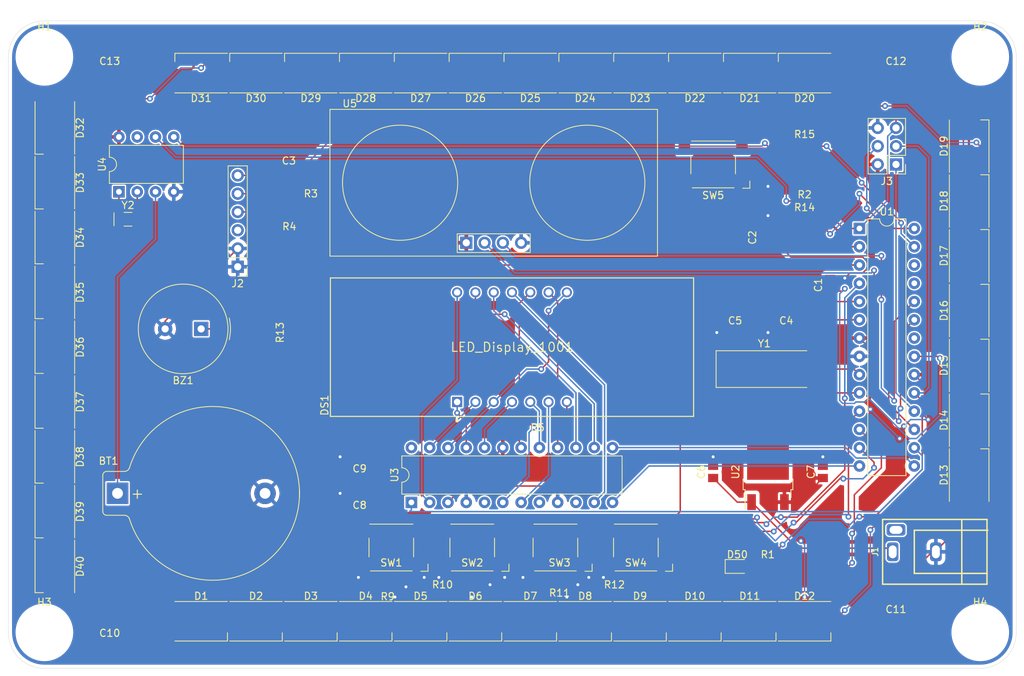
<source format=kicad_pcb>
(kicad_pcb (version 20211014) (generator pcbnew)
  (layers (0 "F.Cu" signal) (31 "B.Cu" signal) (34 "B.Paste" user) (35 "F.Paste" user) (36 "B.SilkS" user "B.Silkscreen") (37 "F.SilkS" user "F.Silkscreen") (38 "B.Mask" user) (39 "F.Mask" user) (44 "Edge.Cuts" user))
  (net 0 "")
  (net 1 "/VBAT")
  (net 2 "GND")
  (net 3 "Net-(BZ1-Pad1)")
  (net 4 "Net-(C1-Pad1)")
  (net 5 "VCC")
  (net 6 "Net-(C3-Pad1)")
  (net 7 "RESET")
  (net 8 "/RTAL1")
  (net 9 "/RTAL2")
  (net 10 "Net-(C6-Pad1)")
  (net 11 "NEO")
  (net 12 "Net-(D1-Pad4)")
  (net 13 "Net-(D2-Pad4)")
  (net 14 "Net-(D3-Pad4)")
  (net 15 "Net-(D4-Pad4)")
  (net 16 "Net-(D5-Pad4)")
  (net 17 "Net-(D6-Pad4)")
  (net 18 "Net-(D7-Pad4)")
  (net 19 "Net-(D8-Pad4)")
  (net 20 "Net-(D10-Pad2)")
  (net 21 "Net-(D10-Pad4)")
  (net 22 "Net-(D11-Pad4)")
  (net 23 "Net-(D12-Pad4)")
  (net 24 "Net-(D13-Pad4)")
  (net 25 "Net-(D14-Pad4)")
  (net 26 "Net-(D15-Pad4)")
  (net 27 "Net-(D16-Pad4)")
  (net 28 "Net-(D17-Pad4)")
  (net 29 "Net-(D18-Pad4)")
  (net 30 "Net-(D19-Pad4)")
  (net 31 "Net-(D20-Pad4)")
  (net 32 "Net-(D21-Pad4)")
  (net 33 "Net-(D22-Pad4)")
  (net 34 "Net-(D23-Pad4)")
  (net 35 "Net-(D24-Pad4)")
  (net 36 "Net-(D25-Pad4)")
  (net 37 "Net-(D26-Pad4)")
  (net 38 "Net-(D27-Pad4)")
  (net 39 "Net-(D28-Pad4)")
  (net 40 "Net-(D29-Pad4)")
  (net 41 "Net-(D30-Pad4)")
  (net 42 "Net-(D31-Pad4)")
  (net 43 "Net-(D32-Pad4)")
  (net 44 "Net-(D33-Pad4)")
  (net 45 "Net-(D34-Pad4)")
  (net 46 "Net-(D35-Pad4)")
  (net 47 "Net-(D36-Pad4)")
  (net 48 "Net-(D37-Pad4)")
  (net 49 "Net-(D38-Pad4)")
  (net 50 "Net-(D39-Pad4)")
  (net 52 "Net-(D50-Pad2)")
  (net 53 "/SEG_E")
  (net 54 "/SEG_D")
  (net 55 "/SEG_DP")
  (net 56 "/SEG_C")
  (net 57 "/SEG_G")
  (net 58 "/DIG_3")
  (net 59 "/DIG_4")
  (net 60 "/SEG_B")
  (net 61 "/DIG_2")
  (net 62 "/DIG_1")
  (net 63 "/SEG_F")
  (net 64 "/SEG_A")
  (net 65 "/DIG_0")
  (net 67 "Net-(J2-Pad5)")
  (net 68 "Net-(J2-Pad4)")
  (net 70 "MISO")
  (net 71 "LED_SCK")
  (net 72 "MOSI")
  (net 73 "RXD")
  (net 74 "TXD")
  (net 75 "Net-(R5-Pad2)")
  (net 76 "BTN_ALARM")
  (net 77 "BTN_DWN")
  (net 78 "BTN_UP")
  (net 79 "BTN_PAUSE")
  (net 80 "BUZZER")
  (net 81 "SCL")
  (net 82 "SDA")
  (net 83 "DISP_CLK")
  (net 84 "DISP_DATA")
  (net 86 "TRIG")
  (net 87 "ECHO")
  (net 90 "DISP_LOAD")
  (net 95 "/RTC_XTAL1")
  (net 96 "/RTC_XTAL2")
  (footprint "footprints:C_0805_2012Metric" (layer "F.Cu") (at 187.96 94.488)
    (fp_text reference "C4")
    (fp_text value "22pf")
  )
  (footprint "footprints:LED_SK6812_PLCC4_5.0x5.0mm_P3.2mm" (layer "F.Cu") (at 213.36 76.2 90)
    (fp_text reference "D18")
    (fp_text value "NEOPIXEL_SMT")
  )
  (footprint "footprints:LED_SK6812_PLCC4_5.0x5.0mm_P3.2mm" (layer "F.Cu") (at 129.54 58.42 180)
    (fp_text reference "D28")
    (fp_text value "NEOPIXEL_SMT")
  )
  (footprint "footprints:MountingHole_3.2mm_M3" (layer "F.Cu") (at 214.904466 56.164466)
    (fp_text reference "H2")
    (fp_text value "MountingHole")
  )
  (footprint "footprints:SW_SPST_Omron_B3FS-100xP" (layer "F.Cu") (at 133.096 124.37 180)
    (fp_text reference "SW1")
    (fp_text value "Omron_B3F_SPST")
  )
  (footprint "footprints:LED_SK6812_PLCC4_5.0x5.0mm_P3.2mm" (layer "F.Cu") (at 152.4 134.62)
    (fp_text reference "D7")
    (fp_text value "NEOPIXEL_SMT")
  )
  (footprint "footprints:C_0805_2012Metric" (layer "F.Cu") (at 184.912 81.28 90)
    (fp_text reference "C2")
    (fp_text value "C_0805_0.1uf")
  )
  (footprint "footprints:C_0805_2012Metric" (layer "F.Cu") (at 180.848 94.488)
    (fp_text reference "C5")
    (fp_text value "22pf")
  )
  (footprint "footprints:MountingHole_3.2mm_M3" (layer "F.Cu") (at 84.904466 56.164466)
    (fp_text reference "H1")
    (fp_text value "MountingHole")
  )
  (footprint "footprints:HC-SR04_Horiz" (layer "F.Cu") (at 147.32 73.66)
    (fp_text reference "U5")
    (fp_text value "UltrasonicModule")
  )
  (footprint "footprints:LED_SK6812_PLCC4_5.0x5.0mm_P3.2mm" (layer "F.Cu") (at 213.36 91.44 90)
    (fp_text reference "D16")
    (fp_text value "NEOPIXEL_SMT")
  )
  (footprint "footprints:R_0805_2012Metric" (layer "F.Cu") (at 156.464 129.032 180)
    (fp_text reference "R11")
    (fp_text value "R_0805_10K")
  )
  (footprint "footprints:LED_SK6812_PLCC4_5.0x5.0mm_P3.2mm" (layer "F.Cu") (at 86.36 111.76 -90)
    (fp_text reference "D38")
    (fp_text value "NEOPIXEL_SMT")
  )
  (footprint "footprints:LED_SK6812_PLCC4_5.0x5.0mm_P3.2mm" (layer "F.Cu") (at 167.64 134.62)
    (fp_text reference "D9")
    (fp_text value "NEOPIXEL_SMT")
  )
  (footprint "footprints:Adafruit-1001-0-0-MFG" (layer "F.Cu") (at 149.86 96.52 90)
    (fp_text reference "DS1")
    (fp_text value "LED_Display_1001")
  )
  (footprint "footprints:LED_SK6812_PLCC4_5.0x5.0mm_P3.2mm" (layer "F.Cu") (at 137.16 58.42 180)
    (fp_text reference "D27")
    (fp_text value "NEOPIXEL_SMT")
  )
  (footprint "footprints:R_0805_2012Metric" (layer "F.Cu") (at 190.5 68.58)
    (fp_text reference "R15")
    (fp_text value "4.7K")
  )
  (footprint "footprints:LED_SK6812_PLCC4_5.0x5.0mm_P3.2mm" (layer "F.Cu") (at 213.36 114.3 90)
    (fp_text reference "D13")
    (fp_text value "NEOPIXEL_SMT")
  )
  (footprint "footprints:C_0805_2012Metric" (layer "F.Cu") (at 177.8 113.86 90)
    (fp_text reference "C6")
    (fp_text value "1uf")
  )
  (footprint "footprints:C_0805_2012Metric" (layer "F.Cu") (at 93.98 134.62 180)
    (fp_text reference "C10")
    (fp_text value "10uf")
  )
  (footprint "footprints:R_0805_2012Metric" (layer "F.Cu") (at 190.5 73.66 180)
    (fp_text reference "R2")
    (fp_text value "10K")
  )
  (footprint "footprints:C_0805_2012Metric" (layer "F.Cu") (at 194.056 87.884 90)
    (fp_text reference "C1")
    (fp_text value "10uf")
  )
  (footprint "footprints:LED_SK6812_PLCC4_5.0x5.0mm_P3.2mm" (layer "F.Cu") (at 182.88 134.62)
    (fp_text reference "D11")
    (fp_text value "NEOPIXEL_SMT")
  )
  (footprint "footprints:C_0805_2012Metric" (layer "F.Cu") (at 118.872 72.644)
    (fp_text reference "C3")
    (fp_text value "C_0805_0.1uf")
  )
  (footprint "footprints:LED_SK6812_PLCC4_5.0x5.0mm_P3.2mm" (layer "F.Cu") (at 144.78 134.62)
    (fp_text reference "D6")
    (fp_text value "NEOPIXEL_SMT")
  )
  (footprint "footprints:LED_SK6812_PLCC4_5.0x5.0mm_P3.2mm" (layer "F.Cu") (at 86.36 88.9 -90)
    (fp_text reference "D35")
    (fp_text value "NEOPIXEL_SMT")
  )
  (footprint "footprints:MountingHole_3.2mm_M3" (layer "F.Cu") (at 84.904466 136.164466)
    (fp_text reference "H3")
    (fp_text value "MountingHole")
  )
  (footprint "footprints:LED_SK6812_PLCC4_5.0x5.0mm_P3.2mm" (layer "F.Cu") (at 213.36 106.68 90)
    (fp_text reference "D14")
    (fp_text value "NEOPIXEL_SMT")
  )
  (footprint "footprints:R_0805_2012Metric" (layer "F.Cu") (at 118.93 77.724)
    (fp_text reference "R4")
    (fp_text value "47")
  )
  (footprint "footprints:C_0805_2012Metric" (layer "F.Cu") (at 203.2 134.62)
    (fp_text reference "C11")
    (fp_text value "10uf")
  )
  (footprint "footprints:LED_SK6812_PLCC4_5.0x5.0mm_P3.2mm" (layer "F.Cu") (at 86.36 73.66 -90)
    (fp_text reference "D33")
    (fp_text value "NEOPIXEL_SMT")
  )
  (footprint "footprints:R_0805_2012Metric" (layer "F.Cu") (at 132.588 129.54 180)
    (fp_text reference "R9")
    (fp_text value "R_0805_10K")
  )
  (footprint "footprints:C_0805_2012Metric" (layer "F.Cu") (at 203.2 58.42)
    (fp_text reference "C12")
    (fp_text value "10uf")
  )
  (footprint "footprints:LED_SK6812_PLCC4_5.0x5.0mm_P3.2mm" (layer "F.Cu") (at 106.68 58.42 180)
    (fp_text reference "D31")
    (fp_text value "NEOPIXEL_SMT")
  )
  (footprint "footprints:LED_SK6812_PLCC4_5.0x5.0mm_P3.2mm" (layer "F.Cu") (at 86.36 81.28 -90)
    (fp_text reference "D34")
    (fp_text value "NEOPIXEL_SMT")
  )
  (footprint "footprints:C_0805_2012Metric" (layer "F.Cu") (at 93.98 58.42)
    (fp_text reference "C13")
    (fp_text value "10uf")
  )
  (footprint "footprints:TO-252-2" (layer "F.Cu") (at 185.42 113.86 90)
    (fp_text reference "U2")
    (fp_text value "L7805")
  )
  (footprint "footprints:LED_SK6812_PLCC4_5.0x5.0mm_P3.2mm" (layer "F.Cu") (at 86.36 66.04 -90)
    (fp_text reference "D32")
    (fp_text value "NEOPIXEL_SMT")
  )
  (footprint "footprints:C_0805_2012Metric" (layer "F.Cu") (at 193.04 113.86 90)
    (fp_text reference "C7")
    (fp_text value "0.1uf")
  )
  (footprint "footprints:Buzzer_TDK_PS1240P02BT_D12.2mm_H6.5mm" (layer "F.Cu") (at 106.68 93.98 180)
    (fp_text reference "BZ1")
    (fp_text value "Buzzer")
  )
  (footprint "footprints:LED_0805_2012Metric" (layer "F.Cu") (at 181.16 127)
    (fp_text reference "D50")
    (fp_text value "LED_0805")
  )
  (footprint "footprints:LED_SK6812_PLCC4_5.0x5.0mm_P3.2mm" (layer "F.Cu") (at 114.3 58.42 180)
    (fp_text reference "D30")
    (fp_text value "NEOPIXEL_SMT")
  )
  (footprint "footprints:C_0805_2012Metric" (layer "F.Cu") (at 128.69 111.76 180)
    (fp_text reference "C9")
    (fp_text value "C_0805_10uf")
  )
  (footprint "footprints:SW_SPST_Omron_B3FS-100xP" (layer "F.Cu") (at 155.892 124.37 180)
    (fp_text reference "SW3")
    (fp_text value "Omron_B3F_SPST")
  )
  (footprint "footprints:LED_SK6812_PLCC4_5.0x5.0mm_P3.2mm" (layer "F.Cu") (at 190.5 58.42 180)
    (fp_text reference "D20")
    (fp_text value "NEOPIXEL_SMT")
  )
  (footprint "footprints:MountingHole_3.2mm_M3" (layer "F.Cu") (at 214.884 136.144)
    (fp_text reference "H4")
    (fp_text value "MountingHole")
  )
  (footprint "footprints:R_0805_2012Metric" (layer "F.Cu") (at 118.93 75.184)
    (fp_text reference "R3")
    (fp_text value "47")
  )
  (footprint "footprints:DIP-24_W7.62mm" (layer "F.Cu") (at 135.885 118.1 90)
    (fp_text reference "U3")
    (fp_text value "MAX7219")
  )
  (footprint "footprints:R_0805_2012Metric" (layer "F.Cu") (at 185.39 127)
    (fp_text reference "R1")
    (fp_text value "2.2K")
  )
  (footprint "footprints:R_0805_2012Metric" (layer "F.Cu") (at 115.99 94.488 -90)
    (fp_text reference "R13")
    (fp_text value "R_0805_47")
  )
  (footprint "footprints:R_0805_2012Metric" (layer "F.Cu") (at 190.5 78.74)
    (fp_text reference "R14")
    (fp_text value "4.7K")
  )
  (footprint "footprints:DIP-8_W7.62mm" (layer "F.Cu") (at 95.26 74.92 90)
    (fp_text reference "U4")
    (fp_text value "DS1307_DIP-8")
  )
  (footprint "footprints:LED_SK6812_PLCC4_5.0x5.0mm_P3.2mm" (layer "F.Cu") (at 160.02 58.42 180)
    (fp_text reference "D24")
    (fp_text value "NEOPIXEL_SMT")
  )
  (footprint "footprints:PJ-102AH" (layer "F.Cu") (at 205.74 124.968 -90)
    (fp_text reference "J1")
    (fp_text value "VAL**" hide)
  )
  (footprint "footprints:Crystal_SMD_HC49-SD" (layer "F.Cu") (at 184.912 99.568)
    (fp_text reference "Y1")
    (fp_text value "16MHz")
  )
  (footprint "footprints:LED_SK6812_PLCC4_5.0x5.0mm_P3.2mm" (layer "F.Cu") (at 152.4 58.42 180)
    (fp_text reference "D25")
    (fp_text value "NEOPIXEL_SMT")
  )
  (footprint "footprints:LED_SK6812_PLCC4_5.0x5.0mm_P3.2mm" (layer "F.Cu") (at 175.26 58.42 180)
    (fp_text reference "D22")
    (fp_text value "NEOPIXEL_SMT")
  )
  (footprint "footprints:LED_SK6812_PLCC4_5.0x5.0mm_P3.2mm" (layer "F.Cu") (at 175.26 134.62)
    (fp_text reference "D10")
    (fp_text value "NEOPIXEL_SMT")
  )
  (footprint "footprints:C_0805_2012Metric" (layer "F.Cu") (at 128.69 116.84 180)
    (fp_text reference "C8")
    (fp_text value "C_0805_0.1uf")
  )
  (footprint "footprints:R_0805_2012Metric" (layer "F.Cu") (at 167.298 129.032 180)
    (fp_text reference "R12")
    (fp_text value "R_0805_10K")
  )
  (footprint "footprints:LED_SK6812_PLCC4_5.0x5.0mm_P3.2mm" (layer "F.Cu") (at 213.36 83.82 90)
    (fp_text reference "D17")
    (fp_text value "NEOPIXEL_SMT")
  )
  (footprint "footprints:LED_SK6812_PLCC4_5.0x5.0mm_P3.2mm" (layer "F.Cu") (at 213.36 68.58 90)
    (fp_text reference "D19")
    (fp_text value "NEOPIXEL_SMT")
  )
  (footprint "footprints:LED_SK6812_PLCC4_5.0x5.0mm_P3.2mm" (layer "F.Cu") (at 160.02 134.62)
    (fp_text reference "D8")
    (fp_text value "NEOPIXEL_SMT")
  )
  (footprint "footprints:LED_SK6812_PLCC4_5.0x5.0mm_P3.2mm" (layer "F.Cu") (at 144.78 58.42 180)
    (fp_text reference "D26")
    (fp_text value "NEOPIXEL_SMT")
  )
  (footprint "footprints:LED_SK6812_PLCC4_5.0x5.0mm_P3.2mm" (layer "F.Cu") (at 167.64 58.42 180)
    (fp_text reference "D23")
    (fp_text value "NEOPIXEL_SMT")
  )
  (footprint "footprints:DIP-28_W7.62mm" (layer "F.Cu") (at 198.12 80.02)
    (fp_text reference "U1")
    (fp_text value "ATmega328-PU")
  )
  (footprint "footprints:LED_SK6812_PLCC4_5.0x5.0mm_P3.2mm" (layer "F.Cu") (at 182.88 58.42 180)
    (fp_text reference "D21")
    (fp_text value "NEOPIXEL_SMT")
  )
  (footprint "footprints:BatteryHolder_Keystone_106_1x20mm" (layer "F.Cu") (at 95.066314 116.840017)
    (fp_text reference "BT1")
    (fp_text value "Battery_Cell")
  )
  (footprint "footprints:LED_SK6812_PLCC4_5.0x5.0mm_P3.2mm" (layer "F.Cu") (at 114.3 134.62)
    (fp_text reference "D2")
    (fp_text value "NEOPIXEL_SMT")
  )
  (footprint "footprints:SW_SPST_Omron_B3FS-100xP" (layer "F.Cu") (at 177.8 71.12 180)
    (fp_text reference "SW5")
    (fp_text value "Omron_B3F_SPST")
  )
  (footprint "footprints:LED_SK6812_PLCC4_5.0x5.0mm_P3.2mm" (layer "F.Cu") (at 213.36 99.06 90)
    (fp_text reference "D15")
    (fp_text value "NEOPIXEL_SMT")
  )
  (footprint "footprints:LED_SK6812_PLCC4_5.0x5.0mm_P3.2mm" (layer "F.Cu") (at 86.36 96.52 -90)
    (fp_text reference "D36")
    (fp_text value "NEOPIXEL_SMT")
  )
  (footprint "footprints:LED_SK6812_PLCC4_5.0x5.0mm_P3.2mm" (layer "F.Cu") (at 137.16 134.62)
    (fp_text reference "D5")
    (fp_text value "NEOPIXEL_SMT")
  )
  (footprint "footprints:LED_SK6812_PLCC4_5.0x5.0mm_P3.2mm" (layer "F.Cu") (at 121.92 134.62)
    (fp_text reference "D3")
    (fp_text value "NEOPIXEL_SMT")
  )
  (footprint "footprints:LED_SK6812_PLCC4_5.0x5.0mm_P3.2mm" (layer "F.Cu") (at 86.36 104.14 -90)
    (fp_text reference "D37")
    (fp_text value "NEOPIXEL_SMT")
  )
  (footprint "footprints:PinHeader_1x06_P2.54mm_Vertical" (layer "F.Cu") (at 111.76 85.344 180)
    (fp_text reference "J2")
    (fp_text value "Conn_01x06")
  )
  (footprint "footprints:LED_SK6812_PLCC4_5.0x5.0mm_P3.2mm" (layer "F.Cu") (at 106.68 134.62)
    (fp_text reference "D1")
    (fp_text value "NEOPIXEL_SMT")
  )
  (footprint "footprints:Crystal_SMD_2Pin_3.2x1.5mm" (layer "F.Cu") (at 96.52 78.74)
    (fp_text reference "Y2")
    (fp_text value "Crystal_32768Hz")
  )
  (footprint "footprints:R_0805_2012Metric" (layer "F.Cu") (at 150.026 107.696)
    (fp_text reference "R5")
    (fp_text value "R_0805_22K")
  )
  (footprint "footprints:SW_SPST_Omron_B3FS-100xP" (layer "F.Cu") (at 144.336 124.37 180)
    (fp_text reference "SW2")
    (fp_text value "Omron_B3F_SPST")
  )
  (footprint "footprints:PinHeader_2x03_P2.54mm_Vertical" (layer "F.Cu") (at 203.2 71.12 180)
    (fp_text reference "J3")
    (fp_text value "Conn_02x03_Odd_Even")
  )
  (footprint "footprints:LED_SK6812_PLCC4_5.0x5.0mm_P3.2mm" (layer "F.Cu") (at 190.5 134.62)
    (fp_text reference "D12")
    (fp_text value "NEOPIXEL_SMT")
  )
  (footprint "footprints:LED_SK6812_PLCC4_5.0x5.0mm_P3.2mm" (layer "F.Cu") (at 121.92 58.42 180)
    (fp_text reference "D29")
    (fp_text value "NEOPIXEL_SMT")
  )
  (footprint "footprints:LED_SK6812_PLCC4_5.0x5.0mm_P3.2mm" (layer "F.Cu") (at 129.54 134.62)
    (fp_text reference "D4")
    (fp_text value "NEOPIXEL_SMT")
  )
  (footprint "footprints:LED_SK6812_PLCC4_5.0x5.0mm_P3.2mm" (layer "F.Cu") (at 86.36 119.38 -90)
    (fp_text reference "D39")
    (fp_text value "NEOPIXEL_SMT")
  )
  (footprint "footprints:LED_SK6812_PLCC4_5.0x5.0mm_P3.2mm" (layer "F.Cu") (at 86.36 127 -90)
    (fp_text reference "D40")
    (fp_text value "NEOPIXEL_SMT")
  )
  (footprint "footprints:SW_SPST_Omron_B3FS-100xP" (layer "F.Cu") (at 167.068 124.37 180)
    (fp_text reference "SW4")
    (fp_text value "Omron_B3F_SPST")
  )
  (footprint "footprints:R_0805_2012Metric" (layer "F.Cu") (at 144.336 129.032 180)
    (fp_text reference "R10")
    (fp_text value "R_0805_10K")
  )
  (gr_arc (start 214.904466 51.164466) (mid 218.44 52.628932) (end 219.904466 56.164466) (layer "Edge.Cuts") (width 0.05))
  (gr_line (start 219.904466 56.164466) (end 219.904466 136.164466) (layer "Edge.Cuts") (width 0.05))
  (gr_line (start 214.904466 141.164466) (end 84.904466 141.164466) (layer "Edge.Cuts") (width 0.05))
  (gr_line (start 214.904466 51.164466) (end 84.904466 51.164466) (layer "Edge.Cuts") (width 0.05))
  (gr_arc (start 84.904466 141.164466) (mid 81.368932 139.7) (end 79.904466 136.164466) (layer "Edge.Cuts") (width 0.05))
  (gr_arc (start 219.904466 136.164466) (mid 218.44 139.7) (end 214.904466 141.164466) (layer "Edge.Cuts") (width 0.05))
  (gr_line (start 79.904466 56.164466) (end 79.904466 136.164466) (layer "Edge.Cuts") (width 0.05))
  (gr_arc (start 79.904466 56.164466) (mid 81.368932 52.628932) (end 84.904466 51.164466) (layer "Edge.Cuts") (width 0.05))
  (segment (start 95.066314 116.840017) (end 95.066314 86.797686) (width 0.2032) (layer "B.Cu") (net 1))
  (segment (start 100.34 81.524) (end 100.34 74.92) (width 0.2032) (layer "B.Cu") (net 1))
  (segment (start 95.066314 86.797686) (end 100.34 81.524) (width 0.2032) (layer "B.Cu") (net 1))
  (segment (start 84.76 83.896) (end 83.312 85.344) (width 0.2032) (layer "F.Cu") (net 2))
  (segment (start 164.25 55.88) (end 158.496 55.88) (width 0.2032) (layer "F.Cu") (net 2))
  (segment (start 188.976 55.88) (end 188.05 56.806) (width 0.2032) (layer "F.Cu") (net 2))
  (segment (start 137.096 127.952) (end 137.668 128.524) (width 0.2032) (layer "F.Cu") (net 2))
  (segment (start 204.05 134.62) (end 204.05 129.15) (width 0.2032) (layer "F.Cu") (net 2))
  (segment (start 142.33 56.82) (end 141.39 55.88) (width 0.2032) (layer "F.Cu") (net 2))
  (segment (start 215.764311 72.945689) (end 215.764311 66.934311) (width 0.2032) (layer "F.Cu") (net 2))
  (segment (start 214.96 81.37) (end 215.764311 80.565689) (width 0.2032) (layer "F.Cu") (net 2))
  (segment (start 83.312 128.016) (end 84.746 129.45) (width 0.2032) (layer "F.Cu") (net 2))
  (segment (start 195.969011 87.034) (end 196.088 86.915011) (width 0.2032) (layer "F.Cu") (net 2))
  (segment (start 137.096 126.62) (end 137.096 127.952) (width 0.2032) (layer "F.Cu") (net 2))
  (segment (start 177.71 136.22) (end 178.65 137.16) (width 0.2032) (layer "F.Cu") (net 2))
  (segment (start 199.224311 85.557422) (end 198.577422 86.204311) (width 0.2032) (layer "F.Cu") (net 2))
  (segment (start 198.577422 86.204311) (end 196.7987 86.204311) (width 0.2032) (layer "F.Cu") (net 2))
  (segment (start 142.33 56.806) (end 142.33 56.82) (width 0.2032) (layer "F.Cu") (net 2))
  (segment (start 202.633622 136.22) (end 204.05 134.803622) (width 0.2032) (layer "F.Cu") (net 2))
  (segment (start 83.312 115.658) (end 83.312 120.396) (width 0.2032) (layer "F.Cu") (net 2))
  (segment (start 149.95 56.806) (end 149.95 56.82) (width 0.2032) (layer "F.Cu") (net 2))
  (segment (start 131.99 136.22) (end 132.93 137.16) (width 0.2032) (layer "F.Cu") (net 2))
  (segment (start 92.456 56.388) (end 86.36 62.484) (width 0.2032) (layer "F.Cu") (net 2))
  (segment (start 93.13 134.62) (end 93.13 134.745) (width 0.2032) (layer "F.Cu") (net 2))
  (segment (start 198.577422 83.995689) (end 199.224311 84.642578) (width 0.2032) (layer "F.Cu") (net 2))
  (segment (start 140.414311 137.024311) (end 146.425689 137.024311) (width 0.2032) (layer "F.Cu") (net 2))
  (segment (start 86.36 62.484) (end 84.007378 62.484) (width 0.2032) (layer "F.Cu") (net 2))
  (segment (start 215.9 110.91) (end 215.9 105.156) (width 0.2032) (layer "F.Cu") (net 2))
  (segment (start 149.95 56.82) (end 149.01 55.88) (width 0.2032) (layer "F.Cu") (net 2))
  (segment (start 172.81 56.82) (end 171.87 55.88) (width 0.2032) (layer "F.Cu") (net 2))
  (segment (start 83.312 63.179378) (end 83.312 67.564) (width 0.2032) (layer "F.Cu") (net 2))
  (segment (start 84.67 68.58) (end 84.76 68.49) (width 0.2032) (layer "F.Cu") (net 2))
  (segment (start 83.312 85.344) (end 83.312 89.902) (width 0.2032) (layer "F.Cu") (net 2))
  (segment (start 83.312 105.142) (end 84.76 106.59) (width 0.2032) (layer "F.Cu") (net 2))
  (segment (start 148.336 128.016) (end 148.844 128.524) (width 0.2032) (layer "F.Cu") (net 2))
  (segment (start 84.328 68.58) (end 84.67 68.58) (width 0.2032) (layer "F.Cu") (net 2))
  (segment (start 118.665689 56.015689) (end 112.654311 56.015689) (width 0.2032) (layer "F.Cu") (net 2))
  (segment (start 184.622 73.37) (end 185.42 74.168) (width 0.2032) (layer "F.Cu") (net 2))
  (segment (start 204.05 134.803622) (end 204.05 134.62) (width 0.2032) (layer "F.Cu") (net 2))
  (segment (start 170.09 136.22) (end 170.764 136.22) (width 0.2032) (layer "F.Cu") (net 2))
  (segment (start 94.83 58.42) (end 94.83 57.238) (width 0.2032) (layer "F.Cu") (net 2))
  (segment (start 84.76 83.73) (end 84.76 83.896) (width 0.2032) (layer "F.Cu") (net 2))
  (segment (start 188.602689 83.995689) (end 198.577422 83.995689) (width 0.2032) (layer "F.Cu") (net 2))
  (segment (start 215.9 95.67) (end 215.9 89.916) (width 0.2032) (layer "F.Cu") (net 2))
  (segment (start 127.84 116.84) (end 125.984 116.84) (width 0.2032) (layer "F.Cu") (net 2))
  (segment (start 126.15 55.88) (end 120.41 55.88) (width 0.2032) (layer "F.Cu") (net 2))
  (segment (start 173.736 55.88) (end 172.81 56.806) (width 0.2032) (layer "F.Cu") (net 2))
  (segment (start 104.23 56.82) (end 96.43 56.82) (width 0.2032) (layer "F.Cu") (net 2))
  (segment (start 216.916 113.806) (end 214.96 111.85) (width 0.2032) (layer "F.Cu") (net 2))
  (segment (start 84.418 76.11) (end 83.312 77.216) (width 0.2032) (layer "F.Cu") (net 2))
  (segment (start 116.75 136.22) (end 116.916 136.22) (width 0.2032) (layer "F.Cu") (net 2))
  (segment (start 215.9 97.536) (end 214.974 96.61) (width 0.2032) (layer "F.Cu") (net 2))
  (segment (start 154.045689 137.024311) (end 154.85 136.22) (width 0.2032) (layer "F.Cu") (net 2))
  (segment (start 171.704 137.16) (end 176.77 137.16) (width 0.2032) (layer "F.Cu") (net 2))
  (segment (start 120.41 55.88) (end 119.47 56.82) (width 0.2032) (layer "F.Cu") (net 2))
  (segment (start 157.57 56.82) (end 156.63 55.88) (width 0.2032) (layer "F.Cu") (net 2))
  (segment (start 216.916 116.652622) (end 216.916 113.806) (width 0.2032) (layer "F.Cu") (net 2))
  (segment (start 208.74 124.46) (end 209.108622 124.46) (width 0.2032) (layer "F.Cu") (net 2))
  (segment (start 214.96 104.23) (end 215.9 103.29) (width 0.2032) (layer "F.Cu") (net 2))
  (segment (start 187.11 94.488) (end 185.42 94.488) (width 0.2032) (layer "F.Cu") (net 2))
  (segment (start 117.856 137.16) (end 123.43 137.16) (width 0.2032) (layer "F.Cu") (net 2))
  (segment (start 215.764311 66.934311) (end 214.96 66.13) (width 0.2032) (layer "F.Cu") (net 2))
  (segment (start 215.9 89.916) (end 214.974 88.99) (width 0.2032) (layer "F.Cu") (net 2))
  (segment (start 111.045689 56.015689) (end 105.034311 56.015689) (width 0.2032) (layer "F.Cu") (net 2))
  (segment (start 180.43 56.82) (end 179.49 55.88) (width 0.2032) (layer "F.Cu") (net 2))
  (segment (start 186.436 137.16) (end 192.01 137.16) (width 0.2032) (layer "F.Cu") (net 2))
  (segment (start 105.034311 56.015689) (end 104.23 56.82) (width 0.2032) (layer "F.Cu") (net 2))
  (segment (start 129.096 127.952) (end 129.032 128.016) (width 0.2032) (layer "F.Cu") (net 2))
  (segment (start 83.312 70.104) (end 83.312 74.662) (width 0.2032) (layer "F.Cu") (net 2))
  (segment (start 214.96 88.99) (end 214.96 88.316) (width 0.2032) (layer "F.Cu") (net 2))
  (segment (start 84.76 76.11) (end 84.418 76.11) (width 0.2032) (layer "F.Cu") (net 2))
  (segment (start 214.96 96.61) (end 215.9 95.67) (width 0.2032) (layer "F.Cu") (net 2))
  (segment (start 181.356 55.88) (end 180.43 56.806) (width 0.2032) (layer "F.Cu") (net 2))
  (segment (start 188.05 56.806) (end 188.05 56.82) (width 0.2032) (layer "F.Cu") (net 2))
  (segment (start 162.47 136.22) (end 162.636 136.22) (width 0.2032) (layer "F.Cu") (net 2))
  (segment (start 166.116 55.88) (end 165.19 56.806) (width 0.2032) (layer "F.Cu") (net 2))
  (segment (start 135.65 55.88) (end 134.71 56.82) (width 0.2032) (layer "F.Cu") (net 2))
  (segment (start 165.19 56.82) (end 164.25 55.88) (width 0.2032) (layer "F.Cu") (net 2))
  (segment (start 110.07 137.16) (end 115.81 137.16) (width 0.2032) (layer "F.Cu") (net 2))
  (segment (start 178.65 137.16) (end 184.39 137.16) (width 0.2032) (layer "F.Cu") (net 2))
  (segment (start 185.037 80.43) (end 188.602689 83.995689) (width 0.2032) (layer "F.Cu") (net 2))
  (segment (start 163.576 137.16) (end 169.15 137.16) (width 0.2032) (layer "F.Cu") (net 2))
  (segment (start 123.43 137.16) (end 124.37 136.22) (width 0.2032) (layer "F.Cu") (net 2))
  (segment (start 187.11 55.88) (end 181.356 55.88) (width 0.2032) (layer "F.Cu") (net 2))
  (segment (start 83.312 112.762) (end 84.76 114.21) (width 0.2032) (layer "F.Cu") (net 2))
  (segment (start 180.2225 127) (end 179.8425 126.62) (width 0.2032) (layer "F.Cu") (net 2))
  (segment (start 148.336 126.62) (end 148.336 128.016) (width 0.2032) (layer "F.Cu") (net 2))
  (segment (start 209.108622 124.46) (end 216.916 116.652622) (width 0.2032) (layer "F.Cu") (net 2))
  (segment (start 84.418 106.59) (end 83.312 107.696) (width 0.2032) (layer "F.Cu") (net 2))
  (segment (start 215.764311 80.565689) (end 215.764311 74.554311) (width 0.2032) (layer "F.Cu") (net 2))
  (segment (start 215.9 105.156) (end 214.974 104.23) (width 0.2032) (layer "F.Cu") (net 2))
  (segment (start 129.032 128.016) (end 128.524 128.524) (width 0.2032) (layer "F.Cu") (net 2))
  (segment (start 131.185689 137.024311) (end 131.99 136.22) (width 0.2032) (layer "F.Cu") (net 2))
  (segment (start 96.43 56.82) (end 94.83 58.42) (width 0.2032) (layer "F.Cu") (net 2))
  (segment (start 83.312 74.662) (end 84.76 76.11) (width 0.2032) (layer "F.Cu") (net 2))
  (segment (start 184.912 78.74) (end 184.912 80.43) (width 0.2032) (layer "F.Cu") (net 2))
  (segment (start 83.312 97.536) (end 84.746 98.97) (width 0.2032) (layer "F.Cu") (net 2))
  (segment (start 192.95 136.22) (end 202.633622 136.22) (width 0.2032) (layer "F.Cu") (net 2))
  (segment (start 83.312 123.278) (end 83.312 128.016) (width 0.2032) (layer "F.Cu") (net 2))
  (segment (start 112.654311 56.015689) (end 111.85 56.82) (width 0.2032) (layer "F.Cu") (net 2))
  (segment (start 156.63 55.88) (end 150.876 55.88) (width 0.2032) (layer "F.Cu") (net 2))
  (segment (start 89.93 134.62) (end 93.13 134.62) (width 0.2032) (layer "F.Cu") (net 2))
  (segment (start 157.57 56.806) (end 157.57 56.82) (width 0.2032) (layer "F.Cu") (net 2))
  (segment (start 84.746 98.97) (end 84.76 98.97) (width 0.2032) (layer "F.Cu") (net 2))
  (segment (start 151.892 128.016) (end 151.384 128.524) (width 0.2032) (layer "F.Cu") (net 2))
  (segment (start 111.76 85.344) (end 110.316 85.344) (width 0.2032) (layer "F.Cu") (net 2))
  (segment (start 119.47 56.82) (end 118.665689 56.015689) (width 0.2032) (layer "F.Cu") (net 2))
  (segment (start 140.336 126.62) (end 140.336 127.888) (width 0.2032) (layer "F.Cu") (net 2))
  (segment (start 132.93 137.16) (end 138.67 137.16) (width 0.2032) (layer "F.Cu") (net 2))
  (segment (start 163.068 126.62) (end 171.068 126.62) (width 0.2032) (layer "F.Cu") (net 2))
  (segment (start 214.974 96.61) (end 214.96 96.61) (width 0.2032) (layer "F.Cu") (net 2))
  (segment (start 129.096 126.62) (end 129.096 127.952) (width 0.2032) (layer "F.Cu") (net 2))
  (segment (start 108.325689 137.024311) (end 109.13 136.22) (width 0.2032) (layer "F.Cu") (net 2))
  (segment (start 127.84 111.76) (end 125.984 111.76) (width 0.2032) (layer "F.Cu") (net 2))
  (segment (start 149.01 55.88) (end 143.256 55.88) (width 0.2032) (layer "F.Cu") (net 2))
  (segment (start 215.764311 74.554311) (end 214.96 73.75) (width 0.2032) (layer "F.Cu") (net 2))
  (segment (start 179.8425 126.62) (end 171.068 126.62) (width 0.2032) (layer "F.Cu") (net 2))
  (segment (start 169.15 137.16) (end 170.09 136.22) (width 0.2032) (layer "F.Cu") (net 2))
  (segment (start 84.746 129.45) (end 84.76 129.45) (width 0.2032) (layer "F.Cu") (net 2))
  (segment (start 139.61 136.22) (end 140.414311 137.024311) (width 0.2032) (layer "F.Cu") (net 2))
  (segment (start 165.19 56.806) (end 165.19 56.82) (width 0.2032) (layer "F.Cu") (net 2))
  (segment (start 127.09 56.82) (end 126.15 55.88) (width 0.2032) (layer "F.Cu") (net 2))
  (segment (start 193.04 113.01) (end 193.04 111.76) (width 0.2032) (layer "F.Cu") (net 2))
  (segment (start 215.9 103.29) (end 215.9 97.536) (width 0.2032) (layer "F.Cu") (net 2))
  (segment (start 207.25 58.42) (end 204.05 58.42) (width 0.2032) (layer "F.Cu") (net 2))
  (segment (start 83.312 92.798) (end 83.312 97.536) (width 0.2032) (layer "F.Cu") (net 2))
  (segment (start 194.056 87.034) (end 195.969011 87.034) (width 0.2032) (layer "F.Cu") (net 2))
  (segment (start 185.42 78.232) (end 184.912 78.74) (width 0.2032) (layer "F.Cu") (net 2))
  (segment (start 173.8 73.37) (end 181.8 73.37) (width 0.2032) (layer "F.Cu") (net 2))
  (segment (start 204.05 58.42) (end 204.05 58.295) (width 0.2032) (layer "F.Cu") (net 2))
  (segment (start 127.894311 56.015689) (end 127.09 56.82) (width 0.2032) (layer "F.Cu") (net 2))
  (segment (start 181.8 73.37) (end 184.622 73.37) (width 0.2032) (layer "F.Cu") (net 2))
  (segment (start 179.998 94.488) (end 178.308 94.488) (width 0.2032) (layer "F.Cu") (net 2))
  (segment (start 146.425689 137.024311) (end 147.23 136.22) (width 0.2032) (layer "F.Cu") (net 2))
  (segment (start 196.7987 86.204311) (end 196.088 86.915011) (width 0.2032) (layer "F.Cu") (net 2))
  (segment (start 111.76 82.804) (end 101.68 92.884) (width 0.2032) (layer "F.Cu") (net 2))
  (segment (start 188.05 56.82) (end 187.11 55.88) (width 0.2032) (layer "F.Cu") (net 2))
  (segment (start 158.496 55.88) (end 157.57 56.806) (width 0.2032) (layer "F.Cu") (net 2))
  (segment (start 185.42 111.76) (end 193.04 111.76) (width 0.2032) (layer "F.Cu") (net 2))
  (segment (start 93.98 56.388) (end 92.456 56.388) (width 0.2032) (layer "F.Cu") (net 2))
  (segment (start 162.47 136.234) (end 162.47 136.22) (width 0.2032) (layer "F.Cu") (net 2))
  (segment (start 109.13 136.22) (end 110.07 137.16) (width 0.2032) (layer "F.Cu") (net 2))
  (segment (start 101.68 92.884) (end 101.68 93.98) (width 0.2032) (layer "F.Cu") (net 2))
  (segment (start 180.43 56.806) (end 180.43 56.82) (width 0.2032) (layer "F.Cu") (net 2))
  (segment (start 163.068 128.016) (end 163.068 126.62) (width 0.2032) (layer "F.Cu") (net 2))
  (segment (start 115.81 137.16) (end 116.75 136.22) (width 0.2032) (layer "F.Cu") (net 2))
  (segment (start 214.96 88.316) (end 215.9 87.376) (width 0.2032) (layer "F.Cu") (net 2))
  (segment (start 83.312 120.396) (end 84.746 121.83) (width 0.2032) (layer "F.Cu") (net 2))
  (segment (start 124.37 136.22) (end 125.174311 137.024311) (width 0.2032) (layer "F.Cu") (net 2))
  (segment (start 84.76 98.97) (end 83.312 100.418) (width 0.2032) (layer "F.Cu") (net 2))
  (segment (start 143.256 55.88) (end 142.33 56.806) (width 0.2032) (layer "F.Cu") (net 2))
  (segment (start 147.23 136.22) (end 148.034311 137.024311) (width 0.2032) (layer "F.Cu") (net 2))
  (segment (start 214.96 111.85) (end 215.9 110.91) (width 0.2032) (layer "F.Cu") (net 2))
  (segment (start 161.544 137.16) (end 162.47 136.234) (width 0.2032) (layer "F.Cu") (net 2))
  (segment (start 84.76 129.45) (end 89.93 134.62) (width 0.2032) (layer "F.Cu") (net 2))
  (segment (start 84.007378 62.484) (end 83.312 63.179378) (width 0.2032) (layer "F.Cu") (net 2))
  (segment (start 176.77 137.16) (end 177.71 136.22) (width 0.2032) (layer "F.Cu") (net 2))
  (segment (start 201.635 55.88) (end 188.976 55.88) (width 0.2032) (layer "F.Cu") (net 2))
  (segment (start 185.33 136.22) (end 185.496 136.22) (width 0.2032) (layer "F.Cu") (net 2))
  (segment (start 162.636 136.22) (end 163.576 137.16) (width 0.2032) (layer "F.Cu") (net 2))
  (segment (start 177.8 113.01) (end 177.8 111.76) (width 0.2032) (layer "F.Cu") (net 2))
  (segment (start 134.71 56.82) (end 133.905689 56.015689) (width 0.2032) (layer "F.Cu") (net 2))
  (segment (start 83.312 82.282) (end 84.76 83.73) (width 0.2032) (layer "F.Cu") (net 2))
  (segment (start 84.76 68.656) (end 83.312 70.104) (width 0.2032) (layer "F.Cu") (net 2))
  (segment (start 133.905689 56.015689) (end 127.894311 56.015689) (width 0.2032) (layer "F.Cu") (net 2))
  (segment (start 151.892 126.62) (end 151.892 128.016) (width 0.2032) (layer "F.Cu") (net 2))
  (segment (start 204.05 129.15) (end 208.74 124.46) (width 0.2032) (layer "F.Cu") (net 2))
  (segment (start 83.312 89.902) (end 84.76 91.35) (width 0.2032) (layer "F.Cu") (net 2))
  (segment (start 110.316 85.344) (end 101.68 93.98) (width 0.2032) (layer "F.Cu") (net 2))
  (segment (start 141.39 55.88) (end 135.65 55.88) (width 0.2032) (layer "F.Cu") (net 2))
  (segment (start 214.96 66.13) (end 207.25 58.42) (width 0.2032) (layer "F.Cu") (net 2))
  (segment (start 215.9 82.296) (end 214.974 81.37) (width 0.2032) (layer "F.Cu") (net 2))
  (segment (start 111.85 56.82) (end 111.045689 56.015689) (width 0.2032) (layer "F.Cu") (net 2))
  (segment (start 150.876 55.88) (end 149.95 56.806) (width 0.2032) (layer "F.Cu") (net 2))
  (segment (start 172.81 56.806) (end 172.81 56.82) (width 0.2032) (layer "F.Cu") (net 2))
  (segment (start 84.76 106.59) (end 84.418 106.59) (width 0.2032) (layer "F.Cu") (net 2))
  (segment (start 83.312 67.564) (end 84.328 68.58) (width 0.2032) (layer "F.Cu") (net 2))
  (segment (start 140.336 127.888) (end 139.7 128.524) (width 0.2032) (layer "F.Cu") (net 2))
  (segment (start 84.76 91.35) (end 83.312 92.798) (width 0.2032) (layer "F.Cu") (net 2))
  (segment (start 116.916 136.22) (end 117.856 137.16) (width 0.2032) (layer "F.Cu") (net 2))
  (segment (start 154.85 136.22) (end 155.79 137.16) (width 0.2032) (layer "F.Cu") (net 2))
  (segment (start 84.76 68.49) (end 84.76 68.656) (width 0.2032) (layer "F.Cu") (net 2))
  (segment (start 138.67 137.16) (end 139.61 136.22) (width 0.2032) (layer "F.Cu") (net 2))
  (segment (start 185.42 111.76) (end 177.8 111.76) (width 0.2032) (layer "F.Cu") (net 2))
  (segment (start 84.76 121.83) (end 83.312 123.278) (width 0.2032) (layer "F.Cu") (net 2))
  (segment (start 170.764 136.22) (end 171.704 137.16) (width 0.2032) (layer "F.Cu") (net 2))
  (segment (start 199.224311 84.642578) (end 199.224311 85.557422) (width 0.2032) (layer "F.Cu") (net 2))
  (segment (start 185.496 136.22) (end 186.436 137.16) (width 0.2032) (layer "F.Cu") (net 2))
  (segment (start 155.79 137.16) (end 161.544 137.16) (width 0.2032) (layer "F.Cu") (net 2))
  (segment (start 160.528 128.524) (end 159.892 127.888) (width 0.2032) (layer "F.Cu") (net 2))
  (segment (start 162.56 128.524) (end 163.068 128.016) (width 0.2032) (layer "F.Cu") (net 2))
  (segment (start 171.87 55.88) (end 166.116 55.88) (width 0.2032) (layer "F.Cu") (net 2))
  (segment (start 84.76 114.21) (end 83.312 115.658) (width 0.2032) (layer "F.Cu") (net 2))
  (segment (start 214.974 104.23) (end 214.96 104.23) (width 0.2032) (layer "F.Cu") (net 2))
  (segment (start 184.912 80.43) (end 185.037 80.43) (width 0.2032) (layer "F.Cu") (net 2))
  (segment (start 83.312 77.216) (end 83.312 82.282) (width 0.2032) (layer "F.Cu") (net 2))
  (segment (start 214.974 81.37) (end 214.96 81.37) (width 0.2032) (layer "F.Cu") (net 2))
  (segment (start 83.312 100.418) (end 83.312 105.142) (width 0.2032) (layer "F.Cu") (net 2))
  (segment (start 148.034311 137.024311) (end 154.045689 137.024311) (width 0.2032) (layer "F.Cu") (net 2))
  (segment (start 84.746 121.83) (end 84.76 121.83) (width 0.2032) (layer "F.Cu") (net 2))
  (segment (start 179.49 55.88) (end 173.736 55.88) (width 0.2032) (layer "F.Cu") (net 2))
  (segment (start 215.9 87.376) (end 215.9 82.296) (width 0.2032) (layer "F.Cu") (net 2))
  (segment (start 93.13 134.745) (end 95.409311 137.024311) (width 0.2032) (layer "F.Cu") (net 2))
  (segment (start 94.83 57.238) (end 93.98 56.388) (width 0.2032) (layer "F.Cu") (net 2))
  (segment (start 204.05 58.295) (end 201.635 55.88) (width 0.2032) (layer "F.Cu") (net 2))
  (segment (start 159.892 127.888) (end 159.892 126.62) (width 0.2032) (layer "F.Cu") (net 2))
  (segment (start 184.39 137.16) (end 185.33 136.22) (width 0.2032) (layer "F.Cu") (net 2))
  (segment (start 214.96 73.75) (end 215.764311 72.945689) (width 0.2032) (layer "F.Cu") (net 2))
  (segment (start 95.409311 137.024311) (end 108.325689 137.024311) (width 0.2032) (layer "F.Cu") (net 2))
  (segment (start 214.974 88.99) (end 214.96 88.99) (width 0.2032) (layer "F.Cu") (net 2))
  (segment (start 192.01 137.16) (end 192.95 136.22) (width 0.2032) (layer "F.Cu") (net 2))
  (segment (start 125.174311 137.024311) (end 131.185689 137.024311) (width 0.2032) (layer "F.Cu") (net 2))
  (segment (start 83.312 107.696) (end 83.312 112.762) (width 0.2032) (layer "F.Cu") (net 2))
  (via (at 185.42 74.168) (size 0.8128) (drill 0.4064) (layers "F.Cu" "B.Cu") (net 2))
  (via (at 178.308 94.488) (size 0.8128) (drill 0.4064) (layers "F.Cu" "B.Cu") (net 2))
  (via (at 151.384 128.524) (size 0.8128) (drill 0.4064) (layers "F.Cu" "B.Cu") (net 2))
  (via (at 125.984 116.84) (size 0.8128) (drill 0.4064) (layers "F.Cu" "B.Cu") (net 2))
  (via (at 185.42 78.232) (size 0.8128) (drill 0.4064) (layers "F.Cu" "B.Cu") (net 2))
  (via (at 177.8 111.76) (size 0.8128) (drill 0.4064) (layers "F.Cu" "B.Cu") (net 2))
  (via (at 137.668 128.524) (size 0.8128) (drill 0.4064) (layers "F.Cu" "B.Cu") (net 2))
  (via (at 162.56 128.524) (size 0.8128) (drill 0.4064) (layers "F.Cu" "B.Cu") (net 2))
  (via (at 196.088 86.915011) (size 0.8128) (drill 0.4064) (layers "F.Cu" "B.Cu") (net 2))
  (via (at 193.04 111.76) (size 0.8128) (drill 0.4064) (layers "F.Cu" "B.Cu") (net 2))
  (via (at 125.984 111.76) (size 0.8128) (drill 0.4064) (layers "F.Cu" "B.Cu") (net 2))
  (via (at 185.42 94.488) (size 0.8128) (drill 0.4064) (layers "F.Cu" "B.Cu") (net 2))
  (via (at 148.844 128.524) (size 0.8128) (drill 0.4064) (layers "F.Cu" "B.Cu") (net 2))
  (via (at 139.7 128.524) (size 0.8128) (drill 0.4064) (layers "F.Cu" "B.Cu") (net 2))
  (via (at 128.524 128.524) (size 0.8128) (drill 0.4064) (layers "F.Cu" "B.Cu") (net 2))
  (via (at 160.528 128.524) (size 0.8128) (drill 0.4064) (layers "F.Cu" "B.Cu") (net 2))
  (segment (start 185.42 74.168) (end 185.42 78.232) (width 0.2032) (layer "B.Cu") (net 2))
  (segment (start 115.648 93.98) (end 115.99 93.638) (width 0.2032) (layer "F.Cu") (net 3))
  (segment (start 106.68 93.98) (end 115.648 93.98) (width 0.2032) (layer "F.Cu") (net 3))
  (segment (start 195.746 88.734) (end 196.088 88.392) (width 0.2032) (layer "F.Cu") (net 4))
  (segment (start 194.056 88.734) (end 195.746 88.734) (width 0.2032) (layer "F.Cu") (net 4))
  (segment (start 209.052 97.8) (end 205.74 97.8) (width 0.2032) (layer "F.Cu") (net 4))
  (segment (start 209.296 98.044) (end 209.052 97.8) (width 0.2032) (layer "F.Cu") (net 4))
  (via (at 209.296 98.044) (size 0.8128) (drill 0.4064) (layers "F.Cu" "B.Cu") (net 4))
  (via (at 196.088 88.392) (size 0.8128) (drill 0.4064) (layers "F.Cu" "B.Cu") (net 4))
  (segment (start 195.377289 103.926387) (end 195.793613 104.342711) (width 0.2032) (layer "B.Cu") (net 4))
  (segment (start 198.97278 104.14) (end 199.4413 103.67148) (width 0.2032) (layer "B.Cu") (net 4))
  (segment (start 195.377289 89.102711) (end 195.377289 103.926387) (width 0.2032) (layer "B.Cu") (net 4))
  (segment (start 209.296 105.965733) (end 209.296 98.044) (width 0.2032) (layer "B.Cu") (net 4))
  (segment (start 199.4413 103.67148) (end 204.98982 109.22) (width 0.2032) (layer "B.Cu") (net 4))
  (segment (start 204.98982 109.22) (end 206.041733 109.22) (width 0.2032) (layer "B.Cu") (net 4))
  (segment (start 197.612 104.14) (end 198.97278 104.14) (width 0.2032) (layer "B.Cu") (net 4))
  (segment (start 196.088 88.392) (end 195.377289 89.102711) (width 0.2032) (layer "B.Cu") (net 4))
  (segment (start 206.041733 109.22) (end 209.296 105.965733) (width 0.2032) (layer "B.Cu") (net 4))
  (segment (start 197.409289 104.342711) (end 197.612 104.14) (width 0.2032) (layer "B.Cu") (net 4))
  (segment (start 195.793613 104.342711) (end 197.409289 104.342711) (width 0.2032) (layer "B.Cu") (net 4))
  (segment (start 124.37 60.02) (end 123.43 60.96) (width 0.2032) (layer "F.Cu") (net 5))
  (segment (start 89.408 87.884) (end 89.408 92.622) (width 0.2032) (layer "F.Cu") (net 5))
  (segment (start 202.35 58.42) (end 194.55 58.42) (width 0.2032) (layer "F.Cu") (net 5))
  (segment (start 180.43 133.006) (end 181.356 132.08) (width 0.2032) (layer "F.Cu") (net 5))
  (segment (start 141.39 132.08) (end 142.33 133.02) (width 0.2032) (layer "F.Cu") (net 5))
  (segment (start 89.408 72.644) (end 89.408 77.724) (width 0.2032) (layer "F.Cu") (net 5))
  (segment (start 186.134311 59.215689) (end 185.33 60.02) (width 0.2032) (layer "F.Cu") (net 5))
  (segment (start 87.974 78.83) (end 89.408 80.264) (width 0.2032) (layer "F.Cu") (net 5))
  (segment (start 202.35 61.62) (end 202.35 58.42) (width 0.2032) (layer "F.Cu") (net 5))
  (segment (start 211.76 116.75) (end 212.852 115.658) (width 0.2032) (layer "F.Cu") (net 5))
  (segment (start 144.080989 131.255011) (end 143.256 132.08) (width 0.2032) (layer "F.Cu") (net 5))
  (segment (start 126.15 132.08) (end 127.09 133.02) (width 0.2032) (layer "F.Cu") (net 5))
  (segment (start 133.77 132.08) (end 134.71 133.02) (width 0.2032) (layer "F.Cu") (net 5))
  (segment (start 87.96 86.45) (end 87.974 86.45) (width 0.2032) (layer "F.Cu") (net 5))
  (segment (start 185.33 60.02) (end 184.39 60.96) (width 0.2032) (layer "F.Cu") (net 5))
  (segment (start 89.408 110.744) (end 89.408 115.482) (width 0.2032) (layer "F.Cu") (net 5))
  (segment (start 179.49 132.08) (end 180.43 133.02) (width 0.2032) (layer "F.Cu") (net 5))
  (segment (start 117.69 60.96) (end 116.75 60.02) (width 0.2032) (layer "F.Cu") (net 5))
  (segment (start 144.272 131.255011) (end 144.080989 131.255011) (width 0.2032) (layer "F.Cu") (net 5))
  (segment (start 144.765 114.3) (end 148.585 110.48) (width 0.2032) (layer "F.Cu") (net 5))
  (segment (start 187.934989 131.255011) (end 190.5 131.255011) (width 0.2032) (layer "F.Cu") (net 5))
  (segment (start 157.454989 131.255011) (end 156.63 132.08) (width 0.2032) (layer "F.Cu") (net 5))
  (segment (start 127.09 133.02) (end 128.03 132.08) (width 0.2032) (layer "F.Cu") (net 5))
  (segment (start 180.43 133.02) (end 180.43 133.006) (width 0.2032) (layer "F.Cu") (net 5))
  (segment (start 194.55 58.42) (end 192.95 60.02) (width 0.2032) (layer "F.Cu") (net 5))
  (segment (start 111.045689 133.824311) (end 111.85 133.02) (width 0.2032) (layer "F.Cu") (net 5))
  (segment (start 112.268 114.3) (end 144.765 114.3) (width 0.2032) (layer "F.Cu") (net 5))
  (segment (start 105.034311 133.824311) (end 111.045689 133.824311) (width 0.2032) (layer "F.Cu") (net 5))
  (segment (start 211.76 93.89) (end 210.955689 93.085689) (width 0.2032) (layer "F.Cu") (net 5))
  (segment (start 94.83 131.42) (end 94.83 134.62) (width 0.2032) (layer "F.Cu") (net 5))
  (segment (start 211.76 109.13) (end 210.955689 108.325689) (width 0.2032) (layer "F.Cu") (net 5))
  (segment (start 210.955689 79.454311) (end 211.76 78.65) (width 0.2032) (layer "F.Cu") (net 5))
  (segment (start 104.23 133.02) (end 105.034311 133.824311) (width 0.2032) (layer "F.Cu") (net 5))
  (segment (start 87.974 101.69) (end 89.408 103.124) (width 0.2032) (layer "F.Cu") (net 5))
  (segment (start 187.11 132.08) (end 187.934989 131.255011) (width 0.2032) (layer "F.Cu") (net 5))
  (segment (start 158.51 132.08) (end 164.25 132.08) (width 0.2032) (layer "F.Cu") (net 5))
  (segment (start 176.784 60.946) (end 176.784 60.96) (width 0.2032) (layer "F.Cu") (net 5))
  (segment (start 87.96 124.55) (end 94.83 131.42) (width 0.2032) (layer "F.Cu") (net 5))
  (segment (start 87.96 101.69) (end 87.974 101.69) (width 0.2032) (layer "F.Cu") (net 5))
  (segment (start 199.945689 132.215689) (end 202.35 134.62) (width 0.2032) (layer "F.Cu") (net 5))
  (segment (start 140.208 60.96) (end 139.61 60.362) (width 0.2032) (layer "F.Cu") (net 5))
  (segment (start 157.314 129.032) (end 158.496 129.032) (width 0.2032) (layer "F.Cu") (net 5))
  (segment (start 88.302 78.83) (end 87.96 78.83) (width 0.2032) (layer "F.Cu") (net 5))
  (segment (start 211.76 78.65) (end 210.955689 77.845689) (width 0.2032) (layer "F.Cu") (net 5))
  (segment (start 157.48 131.255011) (end 157.454989 131.255011) (width 0.2032) (layer "F.Cu") (net 5))
  (segment (start 206.91 101.51) (end 205.74 100.34) (width 0.2032) (layer "F.Cu") (net 5))
  (segment (start 211.76 71.03) (end 202.35 61.62) (width 0.2032) (layer "F.Cu") (net 5))
  (segment (start 185.624 118.06) (end 187.7 118.06) (width 0.2032) (layer "F.Cu") (net 5))
  (segment (start 185.42 119.369098) (end 185.42 117.856) (width 0.2032) (layer "F.Cu") (net 5))
  (segment (start 210.955689 77.845689) (end 210.955689 71.834311) (width 0.2032) (layer "F.Cu") (net 5))
  (segment (start 184.39 60.96) (end 178.65 60.96) (width 0.2032) (layer "F.Cu") (net 5))
  (segment (start 89.408 118.378) (end 89.408 123.102) (width 0.2032) (layer "F.Cu") (net 5))
  (segment (start 199.644 96.784) (end 199.644 105.156) (width 0.2032) (layer "F.Cu") (net 5))
  (segment (start 132.93 60.96) (end 131.99 60.02) (width 0.2032) (layer "F.Cu") (net 5))
  (segment (start 87.974 94.07) (end 89.408 95.504) (width 0.2032) (layer "F.Cu") (net 5))
  (segment (start 173.736 132.08) (end 179.49 132.08) (width 0.2032) (layer "F.Cu") (net 5))
  (segment (start 212.852 109.728) (end 212.254 109.13) (width 0.2032) (layer "F.Cu") (net 5))
  (segment (start 171.03 60.96) (end 170.09 60.02) (width 0.2032) (layer "F.Cu") (net 5))
  (segment (start 138.67 60.96) (end 132.93 60.96) (width 0.2032) (layer "F.Cu") (net 5))
  (segment (start 89.408 95.504) (end 89.408 100.242) (width 0.2032) (layer "F.Cu") (net 5))
  (segment (start 198.12 95.26) (end 199.644 96.784) (width 0.2032) (layer "F.Cu") (net 5))
  (segment (start 211.76 118.948) (end 211.76 116.75) (width 0.2032) (layer "F.Cu") (net 5))
  (segment (start 172.81 133.02) (end 172.81 133.006) (width 0.2032) (layer "F.Cu") (net 5))
  (segment (start 131.064 60.946) (end 131.064 60.96) (width 0.2032) (layer "F.Cu") (net 5))
  (segment (start 212.852 115.658) (end 212.852 109.728) (width 0.2032) (layer "F.Cu") (net 5))
  (segment (start 133.438 129.54) (end 134.834389 129.54) (width 0.2032) (layer "F.Cu") (net 5))
  (segment (start 202.35 134.62) (end 202.35 128.358) (width 0.2032) (layer "F.Cu") (net 5))
  (segment (start 156.63 132.08) (end 157.57 133.02) (width 0.2032) (layer "F.Cu") (net 5))
  (segment (start 203.708 109.22) (end 203.708 108.116138) (width 0.2032) (layer "F.Cu") (net 5))
  (segment (start 188.05 133.02) (end 188.854311 132.215689) (width 0.2032) (layer "F.Cu") (net 5))
  (segment (start 89.408 115.482) (end 87.96 116.93) (width 0.2032) (layer "F.Cu") (net 5))
  (segment (start 87.96 116.93) (end 89.408 118.378) (width 0.2032) (layer "F.Cu") (net 5))
  (segment (start 89.408 85.344) (end 88.302 86.45) (width 0.2032) (layer "F.Cu") (net 5))
  (segment (start 146.29 60.96) (end 140.208 60.96) (width 0.2032) (layer "F.Cu") (net 5))
  (segment (start 118.665689 132.215689) (end 119.47 133.02) (width 0.2032) (layer "F.Cu") (net 5))
  (segment (start 158.496 129.032) (end 159.004 129.54) (width 0.2032) (layer "F.Cu") (net 5))
  (segment (start 187.11 132.08) (end 188.05 133.02) (width 0.2032) (layer "F.Cu") (net 5))
  (segment (start 211.76 101.51) (end 210.955689 100.705689) (width 0.2032) (layer "F.Cu") (net 5))
  (segment (start 149.95 133.02) (end 150.89 132.08) (width 0.2032) (layer "F.Cu") (net 5))
  (segment (start 107.696 130.556) (end 112.268 125.984) (width 0.2032) (layer "F.Cu") (net 5))
  (segment (start 93.13 59.602) (end 93.13 58.42) (width 0.2032) (layer "F.Cu") (net 5))
  (segment (start 211.76 101.51) (end 206.91 101.51) (width 0.2032) (layer "F.Cu") (net 5))
  (segment (start 89.408 80.264) (end 89.408 85.344) (width 0.2032) (layer "F.Cu") (net 5))
  (segment (start 154.85 60.02) (end 153.91 60.96) (width 0.2032) (layer "F.Cu") (net 5))
  (segment (start 210.955689 100.705689) (end 210.955689 94.694311) (width 0.2032) (layer "F.Cu") (net 5))
  (segment (start 89.408 103.124) (end 89.408 108.204) (width 0.2032) (layer "F.Cu") (net 5))
  (segment (start 210.955689 94.694311) (end 211.76 93.89) (width 0.2032) (layer "F.Cu") (net 5))
  (segment (start 143.27 132.08) (end 149.01 132.08) (width 0.2032) (layer "F.Cu") (net 5))
  (segment (start 142.33 133.02) (end 143.27 132.08) (width 0.2032) (layer "F.Cu") (net 5))
  (segment (start 145.186 129.032) (end 146.304 129.032) (width 0.2032) (layer "F.Cu") (net 5))
  (segment (start 185.42 117.856) (end 185.624 118.06) (width 0.2032) (layer "F.Cu") (net 5))
  (segment (start 116.75 60.02) (end 115.81 60.96) (width 0.2032) (layer "F.Cu") (net 5))
  (segment (start 164.25 132.08) (end 165.19 133.02) (width 0.2032) (layer "F.Cu") (net 5))
  (segment (start 210.955689 85.465689) (end 210.955689 79.454311) (width 0.2032) (layer "F.Cu") (net 5))
  (segment (start 89.394 110.744) (end 89.408 110.744) (width 0.2032) (layer "F.Cu") (net 5))
  (segment (start 207.674325 106.582325) (end 207.264 106.172) (width 0.2032) (layer "F.Cu") (net 5))
  (segment (start 187.7 118.06) (end 189.69 118.06) (width 0.2032) (layer "F.Cu") (net 5))
  (segment (start 165.19 133.02) (end 166.13 132.08) (width 0.2032) (layer "F.Cu") (net 5))
  (segment (start 181.356 132.08) (end 187.11 132.08) (width 0.2032) (layer "F.Cu") (net 5))
  (segment (start 207.264 106.172) (end 207.264 101.6) (width 0.2032) (layer "F.Cu") (net 5))
  (segment (start 109.13 60.362) (end 109.13 60.02) (width 0.2032) (layer "F.Cu") (net 5))
  (segment (start 210.955689 87.074311) (end 211.76 86.27) (width 0.2032) (layer "F.Cu") (net 5))
  (segment (start 119.47 133.02) (end 120.41 132.08) (width 0.2032) (layer "F.Cu") (net 5))
  (segment (start 112.268 125.984) (end 112.268 114.3) (width 0.2032) (layer "F.Cu") (net 5))
  (segment (start 94.352311 60.824311) (end 93.13 59.602) (width 0.2032) (layer "F.Cu") (net 5))
  (segment (start 150.89 132.08) (end 156.63 132.08) (width 0.2032) (layer "F.Cu") (net 5))
  (segment (start 210.955689 71.834311) (end 211.76 71.03) (width 0.2032) (layer "F.Cu") (net 5))
  (segment (start 176.784 60.96) (end 171.03 60.96) (width 0.2032) (layer "F.Cu") (net 5))
  (segment (start 212.254 109.13) (end 211.76 109.13) (width 0.2032) (layer "F.Cu") (net 5))
  (segment (start 155.79 60.96) (end 154.85 60.02) (width 0.2032) (layer "F.Cu") (net 5))
  (segment (start 112.654311 132.215689) (end 118.665689 132.215689) (width 0.2032) (layer "F.Cu") (net 5))
  (segment (start 135.65 132.08) (end 141.39 132.08) (width 0.2032) (layer "F.Cu") (net 5))
  (segment (start 202.35 128.358) (end 211.76 118.948) (width 0.2032) (layer "F.Cu") (net 5))
  (segment (start 210.955689 108.325689) (end 210.955689 102.314311) (width 0.2032) (layer "F.Cu") (net 5))
  (segment (start 89.408 100.242) (end 87.96 101.69) (width 0.2032) (layer "F.Cu") (net 5))
  (segment (start 153.91 60.96) (end 148.17 60.96) (width 0.2032) (layer "F.Cu") (net 5))
  (segment (start 189.992 123.444) (end 189.494902 123.444) (width 0.2032) (layer "F.Cu") (net 5))
  (segment (start 88.302 86.45) (end 87.96 86.45) (width 0.2032) (layer "F.Cu") (net 5))
  (segment (start 147.23 60.02) (end 146.29 60.96) (width 0.2032) (layer "F.Cu") (net 5))
  (segment (start 87.96 78.83) (end 87.974 78.83) (width 0.2032) (layer "F.Cu") (net 5))
  (segment (start 192.145689 59.215689) (end 186.134311 59.215689) (width 0.2032) (layer "F.Cu") (net 5))
  (segment (start 192.95 60.02) (end 192.145689 59.215689) (width 0.2032) (layer "F.Cu") (net 5))
  (segment (start 94.83 134.62) (end 100.328013 134.62) (width 0.2032) (layer "F.Cu") (net 5))
  (segment (start 211.76 86.27) (end 210.955689 85.465689) (width 0.2032) (layer "F.Cu") (net 5))
  (segment (start 134.834389 129.54) (end 135.128 129.833611) (width 0.2032) (layer "F.Cu") (net 5))
  (segment (start 131.99 60.02) (end 131.064 60.946) (width 0.2032) (layer "F.Cu") (net 5))
  (segment (start 100.328013 134.62) (end 104.392013 130.556) (width 0.2032) (layer "F.Cu") (net 5))
  (segment (start 87.974 86.45) (end 89.408 87.884) (width 0.2032) (layer "F.Cu") (net 5))
  (segment (start 93.13 58.42) (end 87.96 63.59) (width 0.2032) (layer "F.Cu") (net 5))
  (segment (start 87.96 71.21) (end 87.974 71.21) (width 0.2032) (layer "F.Cu") (net 5))
  (segment (start 157.57 133.02) (end 158.51 132.08) (width 0.2032) (layer "F.Cu") (net 5))
  (segment (start 162.47 60.02) (end 161.53 60.96) (width 0.2032) (layer "F.Cu") (net 5))
  (segment (start 89.408 123.102) (end 87.96 124.55) (width 0.2032) (layer "F.Cu") (net 5))
  (segment (start 166.13 132.08) (end 171.87 132.08) (width 0.2032) (layer "F.Cu") (net 5))
  (segment (start 178.65 60.96) (end 177.71 60.02) (width 0.2032) (layer "F.Cu") (net 5))
  (segment (start 87.96 94.07) (end 87.974 94.07) (width 0.2032) (layer "F.Cu") (net 5))
  (segment (start 210.955689 93.085689) (end 210.955689 87.074311) (width 0.2032) (layer "F.Cu") (net 5))
  (segment (start 128.03 132.08) (end 133.77 132.08) (width 0.2032) (layer "F.Cu") (net 5))
  (segment (start 139.61 60.02) (end 138.67 60.96) (width 0.2032) (layer "F.Cu") (net 5))
  (segment (start 115.81 60.96) (end 109.728 60.96) (width 0.2032) (layer "F.Cu") (net 5))
  (segment (start 171.87 132.08) (end 172.81 133.02) (width 0.2032) (layer "F.Cu") (net 5))
  (segment (start 139.61 60.362) (end 139.61 60.02) (width 0.2032) (layer "F.Cu") (net 5))
  (segment (start 210.955689 102.314311) (end 211.76 101.51) (width 0.2032) (layer "F.Cu") (net 5))
  (segment (start 109.728 60.96) (end 109.13 60.362) (width 0.2032) (layer "F.Cu") (net 5))
  (segment (start 189.494902 123.444) (end 185.42 119.369098) (width 0.2032) (layer "F.Cu") (net 5))
  (segment (start 89.408 108.204) (end 88.302 109.31) (width 0.2032) (layer "F.Cu") (net 5))
  (segment (start 86.76592 70.104) (end 87.87192 71.21) (width 0.2032) (layer "F.Cu") (net 5))
  (segment (start 104.392013 130.556) (end 107.696 130.556) (width 0.2032) (layer "F.Cu") (net 5))
  (segment (start 131.064 60.96) (end 125.31 60.96) (width 0.2032) (layer "F.Cu") (net 5))
  (segment (start 188.854311 132.215689) (end 199.945689 132.215689) (width 0.2032) (layer "F.Cu") (net 5))
  (segment (start 111.85 133.02) (end 112.654311 132.215689) (width 0.2032) (layer "F.Cu") (net 5))
  (segment (start 87.974 71.21) (end 89.408 72.644) (width 0.2032) (layer "F.Cu") (net 5))
  (segment (start 123.43 60.96) (end 117.69 60.96) (width 0.2032) (layer "F.Cu") (net 5))
  (segment (start 108.325689 60.824311) (end 94.352311 60.824311) (width 0.2032) (layer "F.Cu") (net 5))
  (segment (start 149.01 132.08) (end 149.95 133.02) (width 0.2032) (layer "F.Cu") (net 5))
  (segment (start 172.81 133.006) (end 173.736 132.08) (width 0.2032) (layer "F.Cu") (net 5))
  (segment (start 87.87192 71.21) (end 87.96 71.21) (width 0.2032) (layer "F.Cu") (net 5))
  (segment (start 148.17 60.96) (end 147.23 60.02) (width 0.2032) (layer "F.Cu") (net 5))
  (segment (start 89.408 77.724) (end 88.302 78.83) (width 0.2032) (layer "F.Cu") (net 5))
  (segment (start 133.604 131.255011) (end 133.604 132.08) (width 0.2032) (layer "F.Cu") (net 5))
  (segment (start 163.41 60.96) (end 162.47 60.02) (width 0.2032) (layer "F.Cu") (net 5))
  (segment (start 134.71 133.02) (end 135.65 132.08) (width 0.2032) (layer "F.Cu") (net 5))
  (segment (start 120.41 132.08) (end 126.15 132.08) (width 0.2032) (layer "F.Cu") (net 5))
  (segment (start 125.31 60.96) (end 124.37 60.02) (width 0.2032) (layer "F.Cu") (net 5))
  (segment (start 161.53 60.96) (end 155.79 60.96) (width 0.2032) (layer "F.Cu") (net 5))
  (segment (start 89.408 92.622) (end 87.96 94.07) (width 0.2032) (layer "F.Cu") (net 5))
  (segment (start 169.15 60.96) (end 163.41 60.96) (width 0.2032) (layer "F.Cu") (net 5))
  (segment (start 87.96 109.31) (end 89.394 110.744) (width 0.2032) (layer "F.Cu") (net 5))
  (segment (start 146.304 129.032) (end 146.812 129.54) (width 0.2032) (layer "F.Cu") (net 5))
  (segment (start 170.09 60.02) (end 169.15 60.96) (width 0.2032) (layer "F.Cu") (net 5))
  (segment (start 189.69 118.06) (end 193.04 114.71) (width 0.2032) (layer "F.Cu") (net 5))
  (segment (start 109.13 60.02) (end 108.325689 60.824311) (width 0.2032) (layer "F.Cu") (net 5))
  (segment (start 177.71 60.02) (end 176.784 60.946) (width 0.2032) (layer "F.Cu") (net 5))
  (segment (start 87.96 63.59) (end 86.76592 64.78408) (width 0.2032) (layer "F.Cu") (net 5))
  (segment (start 203.708 108.116138) (end 204.299528 107.52461) (width 0.2032) (layer "F.Cu") (net 5))
  (segment (start 86.76592 64.78408) (end 86.76592 70.104) (width 0.2032) (layer "F.Cu") (net 5))
  (segment (start 88.302 109.31) (end 87.96 109.31) (width 0.2032) (layer "F.Cu") (net 5))
  (via (at 190.5 131.255011) (size 0.8128) (drill 0.4064) (layers "F.Cu" "B.Cu") (net 5))
  (via (at 133.604 131.255011) (size 0.8128) (drill 0.4064) (layers "F.Cu" "B.Cu") (net 5))
  (via (at 157.48 131.255011) (size 0.8128) (drill 0.4064) (layers "F.Cu" "B.Cu") (net 5))
  (via (at 144.272 131.255011) (size 0.8128) (drill 0.4064) (layers "F.Cu" "B.Cu") (net 5))
  (via (at 203.708 109.22) (size 0.8128) (drill 0.4064) (layers "F.Cu" "B.Cu") (net 5))
  (via (at 159.004 129.54) (size 0.8128) (drill 0.4064) (layers "F.Cu" "B.Cu") (net 5))
  (via (at 189.992 123.444) (size 0.8128) (drill 0.4064) (layers "F.Cu" "B.Cu") (net 5))
  (via (at 204.299528 107.52461) (size 0.8128) (drill 0.4064) (layers "F.Cu" "B.Cu") (net 5))
  (via (at 199.644 105.156) (size 0.8128) (drill 0.4064) (layers "F.Cu" "B.Cu") (net 5))
  (via (at 135.128 129.833611) (size 0.8128) (drill 0.4064) (layers "F.Cu" "B.Cu") (net 5))
  (via (at 207.674325 106.582325) (size 0.8128) (drill 0.4064) (layers "F.Cu" "B.Cu") (net 5))
  (via (at 146.812 129.54) (size 0.8128) (drill 0.4064) (layers "F.Cu" "B.Cu") (net 5))
  (segment (start 199.644 105.156) (end 203.708 109.22) (width 0.2032) (layer "B.Cu") (net 5))
  (segment (start 135.128 129.833611) (end 133.7066 131.255011) (width 0.2032) (layer "B.Cu") (net 5))
  (segment (start 204.299528 107.52461) (end 205.241813 106.582325) (width 0.2032) (layer "B.Cu") (net 5))
  (segment (start 190.5 131.255011) (end 190.5 123.952) (width 0.2032) (layer "B.Cu") (net 5))
  (segment (start 146.812 129.54) (end 145.096989 131.255011) (width 0.2032) (layer "B.Cu") (net 5))
  (segment (start 133.7066 131.255011) (end 133.604 131.255011) (width 0.2032) (layer "B.Cu") (net 5))
  (segment (start 159.004 129.54) (end 157.48 131.064) (width 0.2032) (layer "B.Cu") (net 5))
  (segment (start 205.241813 106.582325) (end 207.674325 106.582325) (width 0.2032) (layer "B.Cu") (net 5))
  (segment (start 190.5 123.952) (end 189.992 123.444) (width 0.2032) (layer "B.Cu") (net 5))
  (segment (start 157.48 131.064) (end 157.48 131.255011) (width 0.2032) (layer "B.Cu") (net 5))
  (segment (start 145.096989 131.255011) (end 144.272 131.255011) (width 0.2032) (layer "B.Cu") (net 5))
  (segment (start 111.76 72.644) (end 118.022 72.644) (width 0.2032) (layer "F.Cu") (net 6))
  (segment (start 189.65 73.66) (end 189.65 73.785) (width 0.2032) (layer "F.Cu") (net 7))
  (segment (start 184.86 68.87) (end 189.65 73.66) (width 0.2032) (layer "F.Cu") (net 7))
  (segment (start 173.8 68.87) (end 181.8 68.87) (width 0.2032) (layer "F.Cu") (net 7))
  (segment (start 189.65 73.785) (end 195.885 80.02) (width 0.2032) (layer "F.Cu") (net 7))
  (segment (start 119.722 72.644) (end 128.358 64.008) (width 0.2032) (layer "F.Cu") (net 7))
  (segment (start 181.8 68.87) (end 184.86 68.87) (width 0.2032) (layer "F.Cu") (net 7))
  (segment (start 128.358 64.008) (end 203.2 64.008) (width 0.2032) (layer "F.Cu") (net 7))
  (segment (start 203.2 64.008) (end 203.2 66.04) (width 0.2032) (layer "F.Cu") (net 7))
  (segment (start 195.885 80.02) (end 198.12 80.02) (width 0.2032) (layer "F.Cu") (net 7))
  (segment (start 203.2 66.04) (end 202.045689 67.194311) (width 0.2032) (layer "B.Cu") (net 7))
  (segment (start 202.045689 67.194311) (end 202.045689 76.094311) (width 0.2032) (layer "B.Cu") (net 7))
  (segment (start 202.045689 76.094311) (end 198.12 80.02) (width 0.2032) (layer "B.Cu") (net 7))
  (segment (start 189.162 99.568) (end 197.348 99.568) (width 0.2032) (layer "F.Cu") (net 8))
  (segment (start 188.81 99.216) (end 189.162 99.568) (width 0.2032) (layer "F.Cu") (net 8))
  (segment (start 188.81 94.488) (end 188.81 99.216) (width 0.2032) (layer "F.Cu") (net 8))
  (segment (start 197.348 99.568) (end 198.12 100.34) (width 0.2032) (layer "F.Cu") (net 8))
  (segment (start 181.698 98.532) (end 181.698 94.488) (width 0.2032) (layer "F.Cu") (net 9))
  (segment (start 180.662 99.568) (end 181.698 98.532) (width 0.2032) (layer "F.Cu") (net 9))
  (segment (start 180.662 99.568) (end 183.974 102.88) (width 0.2032) (layer "F.Cu") (net 9))
  (segment (start 183.974 102.88) (end 198.12 102.88) (width 0.2032) (layer "F.Cu") (net 9))
  (segment (start 183.14 118.06) (end 181.15 118.06) (width 0.2032) (layer "F.Cu") (net 10))
  (segment (start 183.14 118.06) (end 189.54 124.46) (width 0.2032) (layer "F.Cu") (net 10))
  (segment (start 189.54 124.46) (end 202.74 124.46) (width 0.2032) (layer "F.Cu") (net 10))
  (segment (start 181.15 118.06) (end 177.8 114.71) (width 0.2032) (layer "F.Cu") (net 10))
  (segment (start 201.168 111.008) (end 198.12 107.96) (width 0.2032) (layer "F.Cu") (net 11))
  (segment (start 109.13 133.02) (end 111.605689 130.544311) (width 0.2032) (layer "F.Cu") (net 11))
  (segment (start 111.605689 130.544311) (end 193.051689 130.544311) (width 0.2032) (layer "F.Cu") (net 11))
  (segment (start 197.409289 117.042711) (end 201.168 113.284) (width 0.2032) (layer "F.Cu") (net 11))
  (segment (start 193.051689 130.544311) (end 197.104 126.492) (width 0.2032) (layer "F.Cu") (net 11))
  (segment (start 197.409289 122.122711) (end 197.409289 117.042711) (width 0.2032) (layer "F.Cu") (net 11))
  (segment (start 201.168 113.284) (end 201.168 111.008) (width 0.2032) (layer "F.Cu") (net 11))
  (segment (start 197.104 122.428) (end 197.409289 122.122711) (width 0.2032) (layer "F.Cu") (net 11))
  (via (at 197.104 122.428) (size 0.8128) (drill 0.4064) (layers "F.Cu" "B.Cu") (net 11))
  (via (at 197.104 126.492) (size 0.8128) (drill 0.4064) (layers "F.Cu" "B.Cu") (net 11))
  (segment (start 197.104 126.492) (end 197.104 122.428) (width 0.2032) (layer "B.Cu") (net 11))
  (segment (start 104.23 136.22) (end 105.83 134.62) (width 0.2032) (layer "F.Cu") (net 12))
  (segment (start 105.83 134.62) (end 115.15 134.62) (width 0.2032) (layer "F.Cu") (net 12))
  (segment (start 115.15 134.62) (end 116.75 133.02) (width 0.2032) (layer "F.Cu") (net 12))
  (segment (start 124.37 133.02) (end 123.17592 134.21408) (width 0.2032) (layer "F.Cu") (net 13))
  (segment (start 114.124058 136.22) (end 111.85 136.22) (width 0.2032) (layer "F.Cu") (net 13))
  (segment (start 116.129978 134.21408) (end 114.124058 136.22) (width 0.2032) (layer "F.Cu") (net 13))
  (segment (start 123.17592 134.21408) (end 116.129978 134.21408) (width 0.2032) (layer "F.Cu") (net 13))
  (segment (start 130.39 134.62) (end 131.99 133.02) (width 0.2032) (layer "F.Cu") (net 14))
  (segment (start 119.47 136.22) (end 121.07 134.62) (width 0.2032) (layer "F.Cu") (net 14))
  (segment (start 121.07 134.62) (end 130.39 134.62) (width 0.2032) (layer "F.Cu") (net 14))
  (segment (start 137.335942 133.02) (end 139.61 133.02) (width 0.2032) (layer "F.Cu") (net 15))
  (segment (start 127.09 136.22) (end 128.28408 135.02592) (width 0.2032) (layer "F.Cu") (net 15))
  (segment (start 128.28408 135.02592) (end 135.330022 135.02592) (width 0.2032) (layer "F.Cu") (net 15))
  (segment (start 135.330022 135.02592) (end 137.335942 133.02) (width 0.2032) (layer "F.Cu") (net 15))
  (segment (start 136.31 134.62) (end 145.63 134.62) (width 0.2032) (layer "F.Cu") (net 16))
  (segment (start 145.63 134.62) (end 147.23 133.02) (width 0.2032) (layer "F.Cu") (net 16))
  (segment (start 134.71 136.22) (end 136.31 134.62) (width 0.2032) (layer "F.Cu") (net 16))
  (segment (start 150.570022 135.02592) (end 152.575942 133.02) (width 0.2032) (layer "F.Cu") (net 17))
  (segment (start 142.33 136.22) (end 143.52408 135.02592) (width 0.2032) (layer "F.Cu") (net 17))
  (segment (start 143.52408 135.02592) (end 150.570022 135.02592) (width 0.2032) (layer "F.Cu") (net 17))
  (segment (start 152.575942 133.02) (end 154.85 133.02) (width 0.2032) (layer "F.Cu") (net 17))
  (segment (start 160.87 134.62) (end 162.47 133.02) (width 0.2032) (layer "F.Cu") (net 18))
  (segment (start 149.95 136.22) (end 151.55 134.62) (width 0.2032) (layer "F.Cu") (net 18))
  (segment (start 151.55 134.62) (end 160.87 134.62) (width 0.2032) (layer "F.Cu") (net 18))
  (segment (start 161.849978 134.21408) (end 168.89592 134.21408) (width 0.2032) (layer "F.Cu") (net 19))
  (segment (start 159.844058 136.22) (end 161.849978 134.21408) (width 0.2032) (layer "F.Cu") (net 19))
  (segment (start 168.89592 134.21408) (end 170.09 133.02) (width 0.2032) (layer "F.Cu") (net 19))
  (segment (start 157.57 136.22) (end 159.844058 136.22) (width 0.2032) (layer "F.Cu") (net 19))
  (segment (start 166.79 134.62) (end 176.11 134.62) (width 0.2032) (layer "F.Cu") (net 20))
  (segment (start 165.19 136.22) (end 166.79 134.62) (width 0.2032) (layer "F.Cu") (net 20))
  (segment (start 176.11 134.62) (end 177.71 133.02) (width 0.2032) (layer "F.Cu") (net 20))
  (segment (start 175.084058 136.22) (end 177.089978 134.21408) (width 0.2032) (layer "F.Cu") (net 21))
  (segment (start 177.089978 134.21408) (end 184.13592 134.21408) (width 0.2032) (layer "F.Cu") (net 21))
  (segment (start 172.81 136.22) (end 175.084058 136.22) (width 0.2032) (layer "F.Cu") (net 21))
  (segment (start 184.13592 134.21408) (end 185.33 133.02) (width 0.2032) (layer "F.Cu") (net 21))
  (segment (start 182.03 134.62) (end 191.35 134.62) (width 0.2032) (layer "F.Cu") (net 22))
  (segment (start 191.35 134.62) (end 192.95 133.02) (width 0.2032) (layer "F.Cu") (net 22))
  (segment (start 180.43 136.22) (end 182.03 134.62) (width 0.2032) (layer "F.Cu") (net 22))
  (segment (start 209.714 111.85) (end 211.76 111.85) (width 0.2032) (layer "F.Cu") (net 23))
  (segment (start 194.15808 135.02592) (end 196.088 133.096) (width 0.2032) (layer "F.Cu") (net 23))
  (segment (start 189.24408 135.02592) (end 194.15808 135.02592) (width 0.2032) (layer "F.Cu") (net 23))
  (segment (start 188.05 136.22) (end 189.24408 135.02592) (width 0.2032) (layer "F.Cu") (net 23))
  (segment (start 199.644 121.92) (end 209.714 111.85) (width 0.2032) (layer "F.Cu") (net 23))
  (via (at 196.088 133.096) (size 0.8128) (drill 0.4064) (layers "F.Cu" "B.Cu") (net 23))
  (via (at 199.644 121.92) (size 0.8128) (drill 0.4064) (layers "F.Cu" "B.Cu") (net 23))
  (segment (start 196.088 133.096) (end 199.644 129.54) (width 0.2032) (layer "B.Cu") (net 23))
  (segment (start 199.644 129.54) (end 199.644 121.92) (width 0.2032) (layer "B.Cu") (net 23))
  (segment (start 213.36 105.83) (end 211.76 104.23) (width 0.2032) (layer "F.Cu") (net 24))
  (segment (start 214.96 116.75) (end 213.36 115.15) (width 0.2032) (layer "F.Cu") (net 24))
  (segment (start 213.36 115.15) (end 213.36 105.83) (width 0.2032) (layer "F.Cu") (net 24))
  (segment (start 211.76 97.86592) (end 211.76 96.61) (width 0.2032) (layer "F.Cu") (net 25))
  (segment (start 212.95408 99.06) (end 211.76 97.86592) (width 0.2032) (layer "F.Cu") (net 25))
  (segment (start 213.76592 106.68) (end 213.76592 100.889978) (width 0.2032) (layer "F.Cu") (net 25))
  (segment (start 213.76592 100.889978) (end 212.95408 100.078137) (width 0.2032) (layer "F.Cu") (net 25))
  (segment (start 214.96 107.87408) (end 213.76592 106.68) (width 0.2032) (layer "F.Cu") (net 25))
  (segment (start 214.96 109.13) (end 214.96 107.87408) (width 0.2032) (layer "F.Cu") (net 25))
  (segment (start 212.95408 100.078137) (end 212.95408 99.06) (width 0.2032) (layer "F.Cu") (net 25))
  (segment (start 214.96 101.51) (end 213.36 99.91) (width 0.2032) (layer "F.Cu") (net 26))
  (segment (start 213.36 90.59) (end 211.76 88.99) (width 0.2032) (layer "F.Cu") (net 26))
  (segment (start 213.36 99.91) (end 213.36 90.59) (width 0.2032) (layer "F.Cu") (net 26))
  (segment (start 213.76592 91.44) (end 214.96 92.63408) (width 0.2032) (layer "F.Cu") (net 27))
  (segment (start 213.76592 90.421863) (end 213.76592 91.44) (width 0.2032) (layer "F.Cu") (net 27))
  (segment (start 211.76 81.37) (end 212.95408 82.56408) (width 0.2032) (layer "F.Cu") (net 27))
  (segment (start 212.95408 82.56408) (end 212.95408 89.610022) (width 0.2032) (layer "F.Cu") (net 27))
  (segment (start 212.95408 89.610022) (end 213.76592 90.421863) (width 0.2032) (layer "F.Cu") (net 27))
  (segment (start 214.96 92.63408) (end 214.96 93.89) (width 0.2032) (layer "F.Cu") (net 27))
  (segment (start 213.36 75.35) (end 211.76 73.75) (width 0.2032) (layer "F.Cu") (net 28))
  (segment (start 213.36 84.67) (end 213.36 75.35) (width 0.2032) (layer "F.Cu") (net 28))
  (segment (start 214.96 86.27) (end 213.36 84.67) (width 0.2032) (layer "F.Cu") (net 28))
  (segment (start 214.96 78.65) (end 214.155689 77.845689) (width 0.2032) (layer "F.Cu") (net 29))
  (segment (start 212.564311 66.934311) (end 211.76 66.13) (width 0.2032) (layer "F.Cu") (net 29))
  (segment (start 214.155689 77.845689) (end 214.155689 72.423689) (width 0.2032) (layer "F.Cu") (net 29))
  (segment (start 214.155689 72.423689) (end 212.564311 70.832311) (width 0.2032) (layer "F.Cu") (net 29))
  (segment (start 212.564311 70.832311) (end 212.564311 66.934311) (width 0.2032) (layer "F.Cu") (net 29))
  (segment (start 191.022 62.992) (end 201.676 62.992) (width 0.2032) (layer "F.Cu") (net 30))
  (segment (start 188.05 60.02) (end 191.022 62.992) (width 0.2032) (layer "F.Cu") (net 30))
  (segment (start 214.376 68.072) (end 214.96 68.656) (width 0.2032) (layer "F.Cu") (net 30))
  (segment (start 214.96 68.656) (end 214.96 71.03) (width 0.2032) (layer "F.Cu") (net 30))
  (via (at 214.376 68.072) (size 0.8128) (drill 0.4064) (layers "F.Cu" "B.Cu") (net 30))
  (via (at 201.676 62.992) (size 0.8128) (drill 0.4064) (layers "F.Cu" "B.Cu") (net 30))
  (segment (start 209.804 68.072) (end 214.376 68.072) (width 0.2032) (layer "B.Cu") (net 30))
  (segment (start 204.724 62.992) (end 209.804 68.072) (width 0.2032) (layer "B.Cu") (net 30))
  (segment (start 201.676 62.992) (end 204.724 62.992) (width 0.2032) (layer "B.Cu") (net 30))
  (segment (start 192.95 56.82) (end 191.35 58.42) (width 0.2032) (layer "F.Cu") (net 31))
  (segment (start 191.35 58.42) (end 182.03 58.42) (width 0.2032) (layer "F.Cu") (net 31))
  (segment (start 182.03 58.42) (end 180.43 60.02) (width 0.2032) (layer "F.Cu") (net 31))
  (segment (start 174.41 58.42) (end 172.81 60.02) (width 0.2032) (layer "F.Cu") (net 32))
  (segment (start 185.33 56.82) (end 183.055942 56.82) (width 0.2032) (layer "F.Cu") (net 32))
  (segment (start 181.455942 58.42) (end 174.41 58.42) (width 0.2032) (layer "F.Cu") (net 32))
  (segment (start 183.055942 56.82) (end 181.455942 58.42) (width 0.2032) (layer "F.Cu") (net 32))
  (segment (start 173.835942 58.42) (end 166.79 58.42) (width 0.2032) (layer "F.Cu") (net 33))
  (segment (start 166.79 58.42) (end 165.19 60.02) (width 0.2032) (layer "F.Cu") (net 33))
  (segment (start 177.71 56.82) (end 175.435942 56.82) (width 0.2032) (layer "F.Cu") (net 33))
  (segment (start 175.435942 56.82) (end 173.835942 58.42) (width 0.2032) (layer "F.Cu") (net 33))
  (segment (start 166.215942 58.42) (end 159.17 58.42) (width 0.2032) (layer "F.Cu") (net 34))
  (segment (start 159.17 58.42) (end 157.57 60.02) (width 0.2032) (layer "F.Cu") (net 34))
  (segment (start 167.815942 56.82) (end 166.215942 58.42) (width 0.2032) (layer "F.Cu") (net 34))
  (segment (start 170.09 56.82) (end 167.815942 56.82) (width 0.2032) (layer "F.Cu") (net 34))
  (segment (start 162.47 56.82) (end 160.195942 56.82) (width 0.2032) (layer "F.Cu") (net 35))
  (segment (start 158.595942 58.42) (end 151.55 58.42) (width 0.2032) (layer "F.Cu") (net 35))
  (segment (start 151.55 58.42) (end 149.95 60.02) (width 0.2032) (layer "F.Cu") (net 35))
  (segment (start 160.195942 56.82) (end 158.595942 58.42) (width 0.2032) (layer "F.Cu") (net 35))
  (segment (start 143.93 58.42) (end 142.33 60.02) (width 0.2032) (layer "F.Cu") (net 36))
  (segment (start 152.575942 56.82) (end 150.975942 58.42) (width 0.2032) (layer "F.Cu") (net 36))
  (segment (start 150.975942 58.42) (end 143.93 58.42) (width 0.2032) (layer "F.Cu") (net 36))
  (segment (start 154.85 56.82) (end 152.575942 56.82) (width 0.2032) (layer "F.Cu") (net 36))
  (segment (start 143.355942 58.42) (end 136.31 58.42) (width 0.2032) (layer "F.Cu") (net 37))
  (segment (start 147.23 56.82) (end 144.955942 56.82) (width 0.2032) (layer "F.Cu") (net 37))
  (segment (start 136.31 58.42) (end 134.71 60.02) (width 0.2032) (layer "F.Cu") (net 37))
  (segment (start 144.955942 56.82) (end 143.355942 58.42) (width 0.2032) (layer "F.Cu") (net 37))
  (segment (start 135.735942 58.42) (end 128.69 58.42) (width 0.2032) (layer "F.Cu") (net 38))
  (segment (start 139.61 56.82) (end 137.335942 56.82) (width 0.2032) (layer "F.Cu") (net 38))
  (segment (start 137.335942 56.82) (end 135.735942 58.42) (width 0.2032) (layer "F.Cu") (net 38))
  (segment (start 128.69 58.42) (end 127.09 60.02) (width 0.2032) (layer "F.Cu") (net 38))
  (segment (start 121.07 58.42) (end 119.47 60.02) (width 0.2032) (layer "F.Cu") (net 39))
  (segment (start 128.115942 58.42) (end 121.07 58.42) (width 0.2032) (layer "F.Cu") (net 39))
  (segment (start 131.99 56.82) (end 129.715942 56.82) (width 0.2032) (layer "F.Cu") (net 39))
  (segment (start 129.715942 56.82) (end 128.115942 58.42) (width 0.2032) (layer "F.Cu") (net 39))
  (segment (start 113.85592 58.01408) (end 111.85 60.02) (width 0.2032) (layer "F.Cu") (net 40))
  (segment (start 123.11408 56.82) (end 121.92 58.01408) (width 0.2032) (layer "F.Cu") (net 40))
  (segment (start 121.92 58.01408) (end 113.85592 58.01408) (width 0.2032) (layer "F.Cu") (net 40))
  (segment (start 124.37 56.82) (end 123.11408 56.82) (width 0.2032) (layer "F.Cu") (net 40))
  (segment (start 113.708622 56.82) (end 112.108622 58.42) (width 0.2032) (layer "F.Cu") (net 41))
  (segment (start 116.75 56.82) (end 113.708622 56.82) (width 0.2032) (layer "F.Cu") (net 41))
  (segment (start 112.108622 58.42) (end 105.83 58.42) (width 0.2032) (layer "F.Cu") (net 41))
  (segment (start 105.83 58.42) (end 104.23 60.02) (width 0.2032) (layer "F.Cu") (net 41))
  (segment (start 106.68 57.7093) (end 107.5693 56.82) (width 0.2032) (layer "F.Cu") (net 42))
  (segment (start 94.474 61.976) (end 99.568 61.976) (width 0.2032) (layer "F.Cu") (net 42))
  (segment (start 87.96 68.49) (end 94.474 61.976) (width 0.2032) (layer "F.Cu") (net 42))
  (segment (start 107.5693 56.82) (end 109.13 56.82) (width 0.2032) (layer "F.Cu") (net 42))
  (via (at 106.68 57.7093) (size 0.8128) (drill 0.4064) (layers "F.Cu" "B.Cu") (net 42))
  (via (at 99.568 61.976) (size 0.8128) (drill 0.4064) (layers "F.Cu" "B.Cu") (net 42))
  (segment (start 103.8347 57.7093) (end 106.68 57.7093) (width 0.2032) (layer "B.Cu") (net 42))
  (segment (start 99.568 61.976) (end 103.8347 57.7093) (width 0.2032) (layer "B.Cu") (net 42))
  (segment (start 86.36 74.51) (end 87.96 76.11) (width 0.2032) (layer "F.Cu") (net 43))
  (segment (start 84.76 63.59) (end 86.36 65.19) (width 0.2032) (layer "F.Cu") (net 43))
  (segment (start 86.36 65.19) (end 86.36 74.51) (width 0.2032) (layer "F.Cu") (net 43))
  (segment (start 85.95408 79.450022) (end 87.96 81.455942) (width 0.2032) (layer "F.Cu") (net 44))
  (segment (start 84.76 71.21) (end 85.95408 72.40408) (width 0.2032) (layer "F.Cu") (net 44))
  (segment (start 87.96 81.455942) (end 87.96 83.73) (width 0.2032) (layer "F.Cu") (net 44))
  (segment (start 85.95408 72.40408) (end 85.95408 79.450022) (width 0.2032) (layer "F.Cu") (net 44))
  (segment (start 86.36 80.43) (end 86.36 89.75) (width 0.2032) (layer "F.Cu") (net 45))
  (segment (start 84.76 78.83) (end 86.36 80.43) (width 0.2032) (layer "F.Cu") (net 45))
  (segment (start 86.36 89.75) (end 87.96 91.35) (width 0.2032) (layer "F.Cu") (net 45))
  (segment (start 86.76592 96.52) (end 87.96 97.71408) (width 0.2032) (layer "F.Cu") (net 46))
  (segment (start 84.76 88.724058) (end 86.76592 90.729978) (width 0.2032) (layer "F.Cu") (net 46))
  (segment (start 84.76 86.45) (end 84.76 88.724058) (width 0.2032) (layer "F.Cu") (net 46))
  (segment (start 87.96 97.71408) (end 87.96 98.97) (width 0.2032) (layer "F.Cu") (net 46))
  (segment (start 86.76592 90.729978) (end 86.76592 96.52) (width 0.2032) (layer "F.Cu") (net 46))
  (segment (start 86.36 95.67) (end 86.36 104.99) (width 0.2032) (layer "F.Cu") (net 47))
  (segment (start 84.76 94.07) (end 86.36 95.67) (width 0.2032) (layer "F.Cu") (net 47))
  (segment (start 86.36 104.99) (end 87.96 106.59) (width 0.2032) (layer "F.Cu") (net 47))
  (segment (start 85.95408 109.930022) (end 85.95408 102.88408) (width 0.2032) (layer "F.Cu") (net 48))
  (segment (start 85.95408 102.88408) (end 84.76 101.69) (width 0.2032) (layer "F.Cu") (net 48))
  (segment (start 87.96 111.935942) (end 85.95408 109.930022) (width 0.2032) (layer "F.Cu") (net 48))
  (segment (start 87.96 114.21) (end 87.96 111.935942) (width 0.2032) (layer "F.Cu") (net 48))
  (segment (start 84.76 109.31) (end 86.36 110.91) (width 0.2032) (layer "F.Cu") (net 49))
  (segment (start 86.36 120.23) (end 87.96 121.83) (width 0.2032) (layer "F.Cu") (net 49))
  (segment (start 86.36 110.91) (end 86.36 120.23) (width 0.2032) (layer "F.Cu") (net 49))
  (segment (start 84.76 116.93) (end 84.76 118.18592) (width 0.2032) (layer "F.Cu") (net 50))
  (segment (start 84.76 118.18592) (end 85.95408 119.38) (width 0.2032) (layer "F.Cu") (net 50))
  (segment (start 85.95408 127.44408) (end 87.96 129.45) (width 0.2032) (layer "F.Cu") (net 50))
  (segment (start 85.95408 119.38) (end 85.95408 127.44408) (width 0.2032) (layer "F.Cu") (net 50))
  (segment (start 186.24 127.196) (end 186.24 127) (width 0.2032) (layer "F.Cu") (net 52))
  (segment (start 185.431689 128.004311) (end 186.24 127.196) (width 0.2032) (layer "F.Cu") (net 52))
  (segment (start 183.101811 128.004311) (end 185.431689 128.004311) (width 0.2032) (layer "F.Cu") (net 52))
  (segment (start 182.0975 127) (end 183.101811 128.004311) (width 0.2032) (layer "F.Cu") (net 52))
  (segment (start 143.505 106.929) (end 143.505 110.48) (width 0.2032) (layer "F.Cu") (net 53))
  (segment (start 142.24 105.664) (end 143.505 106.929) (width 0.2032) (layer "F.Cu") (net 53))
  (via (at 142.24 105.664) (size 0.8128) (drill 0.4064) (layers "F.Cu" "B.Cu") (net 53))
  (segment (start 142.24 104.14) (end 142.24 105.664) (width 0.2032) (layer "B.Cu") (net 53))
  (segment (start 138.44 110.48) (end 138.425 110.48) (width 0.2032) (layer "B.Cu") (net 54))
  (segment (start 144.78 104.14) (end 138.44 110.48) (width 0.2032) (layer "B.Cu") (net 54))
  (segment (start 154.94 98.552) (end 154.94 91.44) (width 0.2032) (layer "F.Cu") (net 55))
  (segment (start 153.924 99.568) (end 154.94 98.552) (width 0.2032) (layer "F.Cu") (net 55))
  (via (at 154.94 91.44) (size 0.8128) (drill 0.4064) (layers "F.Cu" "B.Cu") (net 55))
  (via (at 153.924 99.568) (size 0.8128) (drill 0.4064) (layers "F.Cu" "B.Cu") (net 55))
  (segment (start 140.98 110.48) (end 140.965 110.48) (width 0.2032) (layer "B.Cu") (net 55))
  (segment (start 154.94 91.44) (end 157.48 88.9) (width 0.2032) (layer "B.Cu") (net 55))
  (segment (start 147.32 104.14) (end 140.98 110.48) (width 0.2032) (layer "B.Cu") (net 55))
  (segment (start 151.892 99.568) (end 153.924 99.568) (width 0.2032) (layer "B.Cu") (net 55))
  (segment (start 147.32 104.14) (end 151.892 99.568) (width 0.2032) (layer "B.Cu") (net 55))
  (segment (start 146.045 107.955) (end 146.045 110.48) (width 0.2032) (layer "B.Cu") (net 56))
  (segment (start 149.86 104.14) (end 146.045 107.955) (width 0.2032) (layer "B.Cu") (net 56))
  (segment (start 153.665 105.405) (end 153.665 110.48) (width 0.2032) (layer "B.Cu") (net 57))
  (segment (start 152.4 104.14) (end 153.665 105.405) (width 0.2032) (layer "B.Cu") (net 57))
  (segment (start 154.94 104.14) (end 154.94 114.285) (width 0.2032) (layer "B.Cu") (net 58))
  (segment (start 154.94 114.285) (end 151.125 118.1) (width 0.2032) (layer "B.Cu") (net 58))
  (segment (start 154.94 115.824) (end 143.241 115.824) (width 0.2032) (layer "F.Cu") (net 59))
  (segment (start 154.94 115.824) (end 157.48 113.284) (width 0.2032) (layer "F.Cu") (net 59))
  (segment (start 157.48 113.284) (end 157.48 104.14) (width 0.2032) (layer "F.Cu") (net 59))
  (segment (start 143.241 115.824) (end 140.965 118.1) (width 0.2032) (layer "F.Cu") (net 59))
  (segment (start 154.94 88.9) (end 156.204541 90.164541) (width 0.2032) (layer "F.Cu") (net 60))
  (segment (start 156.204541 90.164541) (end 156.204541 108.463459) (width 0.2032) (layer "F.Cu") (net 60))
  (segment (start 156.204541 108.463459) (end 156.205 108.463918) (width 0.2032) (layer "F.Cu") (net 60))
  (segment (start 156.205 108.463918) (end 156.205 110.48) (width 0.2032) (layer "F.Cu") (net 60))
  (segment (start 150.876 90.424) (end 150.876 105.664) (width 0.2032) (layer "F.Cu") (net 61))
  (segment (start 152.4 88.9) (end 150.876 90.424) (width 0.2032) (layer "F.Cu") (net 61))
  (segment (start 150.876 105.664) (end 152.908 107.696) (width 0.2032) (layer "F.Cu") (net 61))
  (via (at 152.908 107.696) (size 0.8128) (drill 0.4064) (layers "F.Cu" "B.Cu") (net 61))
  (segment (start 152.908 107.696) (end 152.229311 108.374689) (width 0.2032) (layer "B.Cu") (net 61))
  (segment (start 152.229311 114.455689) (end 148.585 118.1) (width 0.2032) (layer "B.Cu") (net 61))
  (segment (start 152.229311 108.374689) (end 152.229311 114.455689) (width 0.2032) (layer "B.Cu") (net 61))
  (segment (start 162.720689 116.664311) (end 161.285 118.1) (width 0.2032) (layer "B.Cu") (net 62))
  (segment (start 162.720689 101.760689) (end 162.720689 116.664311) (width 0.2032) (layer "B.Cu") (net 62))
  (segment (start 149.86 88.9) (end 162.720689 101.760689) (width 0.2032) (layer "B.Cu") (net 62))
  (segment (start 147.32 91.44) (end 147.32 88.9) (width 0.2032) (layer "B.Cu") (net 63))
  (segment (start 158.745 102.865) (end 147.32 91.44) (width 0.2032) (layer "B.Cu") (net 63))
  (segment (start 158.745 110.48) (end 158.745 102.865) (width 0.2032) (layer "B.Cu") (net 63))
  (segment (start 148.844 91.948) (end 144.78 91.948) (width 0.2032) (layer "F.Cu") (net 64))
  (segment (start 144.78 91.948) (end 144.78 88.9) (width 0.2032) (layer "F.Cu") (net 64))
  (via (at 148.844 91.948) (size 0.8128) (drill 0.4064) (layers "F.Cu" "B.Cu") (net 64))
  (segment (start 161.285 104.389) (end 148.844 91.948) (width 0.2032) (layer "B.Cu") (net 64))
  (segment (start 161.285 110.48) (end 161.285 104.389) (width 0.2032) (layer "B.Cu") (net 64))
  (segment (start 138.425 118.1) (end 137.320689 116.995689) (width 0.2032) (layer "B.Cu") (net 65))
  (segment (start 137.320689 116.995689) (end 137.320689 106.011311) (width 0.2032) (layer "B.Cu") (net 65))
  (segment (start 142.24 101.092) (end 142.24 88.9) (width 0.2032) (layer "B.Cu") (net 65))
  (segment (start 137.320689 106.011311) (end 142.24 101.092) (width 0.2032) (layer "B.Cu") (net 65))
  (segment (start 111.76 75.184) (end 118.08 75.184) (width 0.2032) (layer "F.Cu") (net 67))
  (segment (start 111.76 77.724) (end 118.08 77.724) (width 0.2032) (layer "F.Cu") (net 68))
  (segment (start 203.2 102.88) (end 205.74 105.42) (width 0.2032) (layer "B.Cu") (net 70))
  (segment (start 203.2 71.12) (end 203.2 102.88) (width 0.2032) (layer "B.Cu") (net 70))
  (segment (start 198.12 120.0907) (end 200.251033 120.0907) (width 0.2032) (layer "F.Cu") (net 71))
  (segment (start 184.54 127) (end 184.54 126.864) (width 0.2032) (layer "F.Cu") (net 71))
  (segment (start 206.844311 103.984311) (end 205.74 102.88) (width 0.2032) (layer "F.Cu") (net 71))
  (segment (start 184.54 126.864) (end 187.452 123.952) (width 0.2032) (layer "F.Cu") (net 71))
  (segment (start 206.844311 113.497422) (end 206.844311 103.984311) (width 0.2032) (layer "F.Cu") (net 71))
  (segment (start 200.251033 120.0907) (end 206.844311 113.497422) (width 0.2032) (layer "F.Cu") (net 71))
  (via (at 187.452 123.952) (size 0.8128) (drill 0.4064) (layers "F.Cu" "B.Cu") (net 71))
  (via (at 198.12 120.0907) (size 0.8128) (drill 0.4064) (layers "F.Cu" "B.Cu") (net 71))
  (segment (start 187.452 123.952) (end 191.008 120.396) (width 0.2032) (layer "B.Cu") (net 71))
  (segment (start 205.74 102.88) (end 207 102.88) (width 0.2032) (layer "B.Cu") (net 71))
  (segment (start 197.9173 120.0907) (end 198.12 120.0907) (width 0.2032) (layer "B.Cu") (net 71))
  (segment (start 196.596 121.412) (end 197.9173 120.0907) (width 0.2032) (layer "B.Cu") (net 71))
  (segment (start 191.008 120.396) (end 195.58 120.396) (width 0.2032) (layer "B.Cu") (net 71))
  (segment (start 206.248 68.58) (end 203.2 68.58) (width 0.2032) (layer "B.Cu") (net 71))
  (segment (start 195.58 120.396) (end 196.596 121.412) (width 0.2032) (layer "B.Cu") (net 71))
  (segment (start 207.772 102.108) (end 207.772 70.104) (width 0.2032) (layer "B.Cu") (net 71))
  (segment (start 207.772 70.104) (end 206.248 68.58) (width 0.2032) (layer "B.Cu") (net 71))
  (segment (start 207 102.88) (end 207.772 102.108) (width 0.2032) (layer "B.Cu") (net 71))
  (segment (start 199.136 77.216) (end 202.184 80.264) (width 0.2032) (layer "F.Cu") (net 72))
  (segment (start 202.184 104.404) (end 205.74 107.96) (width 0.2032) (layer "F.Cu") (net 72))
  (segment (start 202.184 80.264) (end 202.184 104.404) (width 0.2032) (layer "F.Cu") (net 72))
  (via (at 199.136 77.216) (size 0.8128) (drill 0.4064) (layers "F.Cu" "B.Cu") (net 72))
  (segment (start 199.136 70.104) (end 199.136 77.216) (width 0.2032) (layer "B.Cu") (net 72))
  (segment (start 200.66 68.58) (end 199.136 70.104) (width 0.2032) (layer "B.Cu") (net 72))
  (segment (start 191.586378 82.56) (end 184.210378 75.184) (width 0.2032) (layer "F.Cu") (net 73))
  (segment (start 184.210378 75.184) (end 119.78 75.184) (width 0.2032) (layer "F.Cu") (net 73))
  (segment (start 198.12 82.56) (end 191.586378 82.56) (width 0.2032) (layer "F.Cu") (net 73))
  (segment (start 127.156 85.1) (end 119.78 77.724) (width 0.2032) (layer "F.Cu") (net 74))
  (segment (start 198.12 85.1) (end 127.156 85.1) (width 0.2032) (layer "F.Cu") (net 74))
  (segment (start 150.876 110.231) (end 151.125 110.48) (width 0.2032) (layer "F.Cu") (net 75))
  (segment (start 150.876 107.696) (end 150.876 110.231) (width 0.2032) (layer "F.Cu") (net 75))
  (segment (start 172.72 119.888) (end 139.192 119.888) (width 0.2032) (layer "F.Cu") (net 76))
  (segment (start 139.192 119.888) (end 137.096 121.984) (width 0.2032) (layer "F.Cu") (net 76))
  (segment (start 198.12 92.72) (end 178.552 92.72) (width 0.2032) (layer "F.Cu") (net 76))
  (segment (start 131.738 124.762) (end 131.738 129.54) (width 0.2032) (layer "F.Cu") (net 76))
  (segment (start 137.096 121.984) (end 137.096 122.12) (width 0.2032) (layer "F.Cu") (net 76))
  (segment (start 178.552 92.72) (end 173.228 98.044) (width 0.2032) (layer "F.Cu") (net 76))
  (segment (start 173.228 119.38) (end 172.72 119.888) (width 0.2032) (layer "F.Cu") (net 76))
  (segment (start 129.096 122.12) (end 137.096 122.12) (width 0.2032) (layer "F.Cu") (net 76))
  (segment (start 129.096 122.12) (end 131.738 124.762) (width 0.2032) (layer "F.Cu") (net 76))
  (segment (start 173.228 98.044) (end 173.228 119.38) (width 0.2032) (layer "F.Cu") (net 76))
  (segment (start 200.152 112.532) (end 198.12 110.5) (width 0.2032) (layer "F.Cu") (net 77))
  (segment (start 148.336 122.12) (end 150.06 120.396) (width 0.2032) (layer "F.Cu") (net 77))
  (segment (start 150.06 120.396) (end 183.896 120.396) (width 0.2032) (layer "F.Cu") (net 77))
  (segment (start 183.896 120.396) (end 183.896 120.1933) (width 0.2032) (layer "F.Cu") (net 77))
  (segment (start 140.336 122.12) (end 148.336 122.12) (width 0.2032) (layer "F.Cu") (net 77))
  (segment (start 188.976 120.904) (end 189.30368 120.904) (width 0.2032) (layer "F.Cu") (net 77))
  (segment (start 200.152 113.284) (end 200.152 112.532) (width 0.2032) (layer "F.Cu") (net 77))
  (segment (start 189.30368 120.904) (end 195.74384 114.46384) (width 0.2032) (layer "F.Cu") (net 77))
  (segment (start 143.486 125.27) (end 143.486 129.032) (width 0.2032) (layer "F.Cu") (net 77))
  (segment (start 195.8853 114.6053) (end 195.8853 114.808) (width 0.2032) (layer "F.Cu") (net 77))
  (segment (start 140.336 122.12) (end 143.486 125.27) (width 0.2032) (layer "F.Cu") (net 77))
  (segment (start 195.74384 114.46384) (end 195.8853 114.6053) (width 0.2032) (layer "F.Cu") (net 77))
  (via (at 183.896 120.1933) (size 0.8128) (drill 0.4064) (layers "F.Cu" "B.Cu") (net 77))
  (via (at 188.976 120.904) (size 0.8128) (drill 0.4064) (layers "F.Cu" "B.Cu") (net 77))
  (via (at 200.152 113.284) (size 0.8128) (drill 0.4064) (layers "F.Cu" "B.Cu") (net 77))
  (via (at 195.8853 114.808) (size 0.8128) (drill 0.4064) (layers "F.Cu" "B.Cu") (net 77))
  (segment (start 183.896 120.904) (end 186.436 123.444) (width 0.2032) (layer "B.Cu") (net 77))
  (segment (start 186.436 123.444) (end 188.976 120.904) (width 0.2032) (layer "B.Cu") (net 77))
  (segment (start 195.8853 114.808) (end 198.628 114.808) (width 0.2032) (layer "B.Cu") (net 77))
  (segment (start 198.628 114.808) (end 200.152 113.284) (width 0.2032) (layer "B.Cu") (net 77))
  (segment (start 183.896 120.1933) (end 183.896 120.904) (width 0.2032) (layer "B.Cu") (net 77))
  (segment (start 196.088 113.545622) (end 196.088 103.632) (width 0.2032) (layer "F.Cu") (net 78))
  (segment (start 189.486163 120.147459) (end 196.088 113.545622) (width 0.2032) (layer "F.Cu") (net 78))
  (segment (start 161.108 120.904) (end 162.052 120.904) (width 0.2032) (layer "F.Cu") (net 78))
  (segment (start 184.978918 120.904) (end 185.199459 121.124541) (width 0.2032) (layer "F.Cu") (net 78))
  (segment (start 151.892 122.12) (end 159.892 122.12) (width 0.2032) (layer "F.Cu") (net 78))
  (segment (start 159.892 122.12) (end 161.108 120.904) (width 0.2032) (layer "F.Cu") (net 78))
  (segment (start 162.052 120.904) (end 184.978918 120.904) (width 0.2032) (layer "F.Cu") (net 78))
  (segment (start 155.614 125.842) (end 155.614 129.032) (width 0.2032) (layer "F.Cu") (net 78))
  (segment (start 151.892 122.12) (end 155.614 125.842) (width 0.2032) (layer "F.Cu") (net 78))
  (segment (start 187.203459 120.147459) (end 189.486163 120.147459) (width 0.2032) (layer "F.Cu") (net 78))
  (via (at 196.088 103.632) (size 0.8128) (drill 0.4064) (layers "F.Cu" "B.Cu") (net 78))
  (via (at 187.203459 120.147459) (size 0.8128) (drill 0.4064) (layers "F.Cu" "B.Cu") (net 78))
  (via (at 185.199459 121.124541) (size 0.8128) (drill 0.4064) (layers "F.Cu" "B.Cu") (net 78))
  (segment (start 185.199459 121.124541) (end 186.176541 120.147459) (width 0.2032) (layer "B.Cu") (net 78))
  (segment (start 196.088 89.672) (end 198.12 87.64) (width 0.2032) (layer "B.Cu") (net 78))
  (segment (start 186.176541 120.147459) (end 187.203459 120.147459) (width 0.2032) (layer "B.Cu") (net 78))
  (segment (start 196.088 103.632) (end 196.088 89.672) (width 0.2032) (layer "B.Cu") (net 78))
  (segment (start 161.544 129.54) (end 165.94 129.54) (width 0.2032) (layer "F.Cu") (net 79))
  (segment (start 163.068 122.12) (end 171.068 122.12) (width 0.2032) (layer "F.Cu") (net 79))
  (segment (start 196.596 120.0907) (end 196.596 106.944) (width 0.2032) (layer "F.Cu") (net 79))
  (segment (start 171.068 122.12) (end 186.236 122.12) (width 0.2032) (layer "F.Cu") (net 79))
  (segment (start 161.544 123.644) (end 161.544 129.54) (width 0.2032) (layer "F.Cu") (net 79))
  (segment (start 196.596 106.944) (end 198.12 105.42) (width 0.2032) (layer "F.Cu") (net 79))
  (segment (start 165.94 129.54) (end 166.448 129.032) (width 0.2032) (layer "F.Cu") (net 79))
  (segment (start 163.068 122.12) (end 161.544 123.644) (width 0.2032) (layer "F.Cu") (net 79))
  (segment (start 186.236 122.12) (end 186.215459 122.140541) (width 0.2032) (layer "F.Cu") (net 79))
  (via (at 196.596 120.0907) (size 0.8128) (drill 0.4064) (layers "F.Cu" "B.Cu") (net 79))
  (via (at 186.215459 122.140541) (size 0.8128) (drill 0.4064) (layers "F.Cu" "B.Cu") (net 79))
  (segment (start 196.088 119.78592) (end 196.29122 119.78592) (width 0.2032) (layer "B.Cu") (net 79))
  (segment (start 188.57008 119.78592) (end 196.088 119.78592) (width 0.2032) (layer "B.Cu") (net 79))
  (segment (start 196.29122 119.78592) (end 196.596 120.0907) (width 0.2032) (layer "B.Cu") (net 79))
  (segment (start 186.215459 122.140541) (end 188.57008 119.78592) (width 0.2032) (layer "B.Cu") (net 79))
  (segment (start 177.303689 87.895689) (end 179.832 90.424) (width 0.2032) (layer "F.Cu") (net 80))
  (segment (start 123.557311 87.895689) (end 177.303689 87.895689) (width 0.2032) (layer "F.Cu") (net 80))
  (segment (start 179.832 90.424) (end 180.076 90.18) (width 0.2032) (layer "F.Cu") (net 80))
  (segment (start 116.115 95.338) (end 123.557311 87.895689) (width 0.2032) (layer "F.Cu") (net 80))
  (segment (start 180.076 90.18) (end 198.12 90.18) (width 0.2032) (layer "F.Cu") (net 80))
  (segment (start 115.99 95.338) (end 116.115 95.338) (width 0.2032) (layer "F.Cu") (net 80))
  (segment (start 191.35 78.74) (end 192.024 78.74) (width 0.2032) (layer "F.Cu") (net 81))
  (segment (start 205.74 80.02) (end 202.956 80.02) (width 0.2032) (layer "F.Cu") (net 81))
  (segment (start 191.35 78.615) (end 191.35 78.74) (width 0.2032) (layer "F.Cu") (net 81))
  (segment (start 188.935 76.2) (end 191.35 78.615) (width 0.2032) (layer "F.Cu") (net 81))
  (segment (start 192.024 78.74) (end 194.056 80.772) (width 0.2032) (layer "F.Cu") (net 81))
  (segment (start 202.956 80.02) (end 198.12 75.184) (width 0.2032) (layer "F.Cu") (net 81))
  (segment (start 187.96 76.2) (end 188.935 76.2) (width 0.2032) (layer "F.Cu") (net 81))
  (via (at 194.056 80.772) (size 0.8128) (drill 0.4064) (layers "F.Cu" "B.Cu") (net 81))
  (via (at 187.96 76.2) (size 0.8128) (drill 0.4064) (layers "F.Cu" "B.Cu") (net 81))
  (via (at 198.12 75.184) (size 0.8128) (drill 0.4064) (layers "F.Cu" "B.Cu") (net 81))
  (segment (start 187.96 74.168) (end 187.96 76.2) (width 0.2032) (layer "B.Cu") (net 81))
  (segment (start 194.056 80.772) (end 198.12 76.708) (width 0.2032) (layer "B.Cu") (net 81))
  (segment (start 103.144 70.104) (end 136.007821 70.104) (width 0.2032) (layer "B.Cu") (net 81))
  (segment (start 100.34 67.3) (end 103.144 70.104) (width 0.2032) (layer "B.Cu") (net 81))
  (segment (start 136.007821 70.104) (end 183.896 70.104) (width 0.2032) (layer "B.Cu") (net 81))
  (segment (start 198.12 76.708) (end 198.12 75.184) (width 0.2032) (layer "B.Cu") (net 81))
  (segment (start 183.896 70.104) (end 187.96 74.168) (width 0.2032) (layer "B.Cu") (net 81))
  (segment (start 184.985435 68.170456) (end 186.39929 69.584311) (width 0.2032) (layer "F.Cu") (net 82))
  (segment (start 198.4253 73.66) (end 203.9107 79.1454) (width 0.2032) (layer "F.Cu") (net 82))
  (segment (start 186.39929 69.584311) (end 190.470689 69.584311) (width 0.2032) (layer "F.Cu") (net 82))
  (segment (start 190.470689 69.584311) (end 191.35 68.705) (width 0.2032) (layer "F.Cu") (net 82))
  (segment (start 203.9107 79.1454) (end 203.9107 79.248) (width 0.2032) (layer "F.Cu") (net 82))
  (segment (start 191.35 68.705) (end 191.35 68.58) (width 0.2032) (layer "F.Cu") (net 82))
  (segment (start 191.35 68.58) (end 193.548 68.58) (width 0.2032) (layer "F.Cu") (net 82))
  (via (at 203.9107 79.248) (size 0.8128) (drill 0.4064) (layers "F.Cu" "B.Cu") (net 82))
  (via (at 198.4253 73.66) (size 0.8128) (drill 0.4064) (layers "F.Cu" "B.Cu") (net 82))
  (via (at 193.548 68.58) (size 0.8128) (drill 0.4064) (layers "F.Cu" "B.Cu") (net 82))
  (via (at 184.985435 68.170456) (size 0.8128) (drill 0.4064) (layers "F.Cu" "B.Cu") (net 82))
  (segment (start 184.575891 68.58) (end 184.985435 68.170456) (width 0.2032) (layer "B.Cu") (net 82))
  (segment (start 198.4253 73.4573) (end 198.4253 73.66) (width 0.2032) (layer "B.Cu") (net 82))
  (segment (start 203.9107 80.7307) (end 205.74 82.56) (width 0.2032) (layer "B.Cu") (net 82))
  (segment (start 104.16 68.58) (end 104.648 68.58) (width 0.2032) (layer "B.Cu") (net 82))
  (segment (start 102.88 67.3) (end 104.16 68.58) (width 0.2032) (layer "B.Cu") (net 82))
  (segment (start 203.9107 79.248) (end 203.9107 80.7307) (width 0.2032) (layer "B.Cu") (net 82))
  (segment (start 193.548 68.58) (end 198.4253 73.4573) (width 0.2032) (layer "B.Cu") (net 82))
  (segment (start 104.648 68.58) (end 184.575891 68.58) (width 0.2032) (layer "B.Cu") (net 82))
  (segment (start 204.635689 111.935689) (end 197.662578 111.935689) (width 0.2032) (layer "B.Cu") (net 83))
  (segment (start 205.74 113.04) (end 204.635689 111.935689) (width 0.2032) (layer "B.Cu") (net 83))
  (segment (start 196.206889 110.48) (end 163.825 110.48) (width 0.2032) (layer "B.Cu") (net 83))
  (segment (start 197.662578 111.935689) (end 196.206889 110.48) (width 0.2032) (layer "B.Cu") (net 83))
  (segment (start 206.844311 113.497422) (end 200.961733 119.38) (width 0.2032) (layer "B.Cu") (net 84))
  (segment (start 206.844311 111.604311) (end 206.844311 113.497422) (width 0.2032) (layer "B.Cu") (net 84))
  (segment (start 200.961733 119.38) (end 135.636 119.38) (width 0.2032) (layer "B.Cu") (net 84))
  (segment (start 205.74 110.5) (end 206.844311 111.604311) (width 0.2032) (layer "B.Cu") (net 84))
  (segment (start 135.636 119.38) (end 135.885 119.131) (width 0.2032) (layer "B.Cu") (net 84))
  (segment (start 135.885 119.131) (end 135.885 118.1) (width 0.2032) (layer "B.Cu") (net 84))
  (segment (start 200.152 85.852) (end 200.152 103.377082) (width 0.2032) (layer "F.Cu") (net 86))
  (segment (start 203.824541 94.635459) (end 205.74 92.72) (width 0.2032) (layer "F.Cu") (net 86))
  (segment (start 200.152 103.377082) (end 203.581459 106.806541) (width 0.2032) (layer "F.Cu") (net 86))
  (segment (start 203.824541 105.039459) (end 203.824541 94.635459) (width 0.2032) (layer "F.Cu") (net 86))
  (via (at 200.152 85.852) (size 0.8128) (drill 0.4064) (layers "F.Cu" "B.Cu") (net 86))
  (via (at 203.581459 106.806541) (size 0.8128) (drill 0.4064) (layers "F.Cu" "B.Cu") (net 86))
  (via (at 203.824541 105.039459) (size 0.8128) (drill 0.4064) (layers "F.Cu" "B.Cu") (net 86))
  (segment (start 203.581459 106.806541) (end 203.581459 105.282541) (width 0.2032) (layer "B.Cu") (net 86))
  (segment (start 199.799689 86.204311) (end 200.152 85.852) (width 0.2032) (layer "B.Cu") (net 86))
  (segment (start 146.05 82.01) (end 150.244311 86.204311) (width 0.2032) (layer "B.Cu") (net 86))
  (segment (start 150.244311 86.204311) (end 199.799689 86.204311) (width 0.2032) (layer "B.Cu") (net 86))
  (segment (start 203.581459 105.282541) (end 203.824541 105.039459) (width 0.2032) (layer "B.Cu") (net 86))
  (segment (start 202.950812 92.969188) (end 205.74 90.18) (width 0.2032) (layer "F.Cu") (net 87))
  (segment (start 202.950812 103.982281) (end 202.950812 92.969188) (width 0.2032) (layer "F.Cu") (net 87))
  (segment (start 201.168 83.82) (end 201.168 89.916) (width 0.2032) (layer "F.Cu") (net 87))
  (via (at 201.168 89.916) (size 0.8128) (drill 0.4064) (layers "F.Cu" "B.Cu") (net 87))
  (via (at 201.168 83.82) (size 0.8128) (drill 0.4064) (layers "F.Cu" "B.Cu") (net 87))
  (via (at 202.950812 103.982281) (size 0.8128) (drill 0.4064) (layers "F.Cu" "B.Cu") (net 87))
  (segment (start 150.4 83.82) (end 201.168 83.82) (width 0.2032) (layer "B.Cu") (net 87))
  (segment (start 201.168 89.916) (end 201.168 102.199469) (width 0.2032) (layer "B.Cu") (net 87))
  (segment (start 201.168 102.199469) (end 202.950812 103.982281) (width 0.2032) (layer "B.Cu") (net 87))
  (segment (start 148.59 82.01) (end 150.4 83.82) (width 0.2032) (layer "B.Cu") (net 87))
  (segment (start 198.12 113.04) (end 168.885 113.04) (width 0.2032) (layer "B.Cu") (net 90))
  (segment (start 168.885 113.04) (end 163.825 118.1) (width 0.2032) (layer "B.Cu") (net 90))
  (segment (start 95.26 78.73) (end 95.27 78.74) (width 0.2032) (layer "F.Cu") (net 95))
  (segment (start 95.26 74.92) (end 95.26 78.73) (width 0.2032) (layer "F.Cu") (net 95))
  (segment (start 97.8 78.71) (end 97.77 78.74) (width 0.2032) (layer "F.Cu") (net 96))
  (segment (start 97.8 74.92) (end 97.8 78.71) (width 0.2032) (layer "F.Cu") (net 96))
  (zone (net 0) (net_name "") (layers F&B.Cu) (connect_pads (clearance 0)) (min_thickness 0.254)
    (keepout (tracks not_allowed) (vias not_allowed) (pads allowed) (copperpour not_allowed) (footprints allowed))
    (fill (thermal_gap 0.508) (thermal_bridge_width 0.508))
    (polygon (pts (xy 218.909607 56.164466) (xy 218.889104 55.759721) (xy 218.827803 55.359121) (xy 218.726333 54.966765) (xy 218.585733 54.586673) (xy 218.407441 54.222735) (xy 218.193284 53.878678) (xy 217.945455 53.558024) (xy 217.66649 53.264056) (xy 217.359245 52.999784) (xy 217.026867 52.767914) (xy 216.672759 52.57082) (xy 216.300546 52.410519) (xy 215.914039 52.288654) (xy 215.517196 52.206472) (xy 215.114079 52.164814) (xy 214.708816 52.164107) (xy 214.305556 52.204357) (xy 213.908428 52.285154) (xy 213.521498 52.405669) (xy 213.148728 52.564669) (xy 212.793934 52.760526) (xy 212.460749 52.991234) (xy 212.152584 53.254432) (xy 211.872594 53.547424) (xy 211.623647 53.867211) (xy 211.40829 54.210519) (xy 211.228729 54.573833) (xy 211.086803 54.953432) (xy 210.983964 55.34543) (xy 210.921266 55.745815) (xy 210.899349 56.150485) (xy 210.91844 56.555299) (xy 210.978342 56.956112) (xy 211.078441 57.348818) (xy 211.217714 57.729399) (xy 211.394734 58.093957) (xy 211.607689 58.43876) (xy 211.854398 58.760278) (xy 212.132335 59.055217) (xy 212.438655 59.32056) (xy 212.770221 59.553589) (xy 213.123639 59.751918) (xy 213.495291 59.913516) (xy 213.88137 60.03673) (xy 214.277924 60.120297) (xy 214.680893 60.163362) (xy 215.086151 60.165484) (xy 215.489549 60.126641) (xy 215.886957 60.047231) (xy 216.274305 59.928067) (xy 216.647628 59.77037) (xy 217.003103 59.575752) (xy 217.337092 59.346209) (xy 217.646174 59.084088) (xy 217.927184 58.792075) (xy 218.177247 58.473159) (xy 218.3938 58.130605) (xy 218.574628 57.76792) (xy 218.717878 57.388819) (xy 218.822085 56.997182) (xy 218.886181 56.597019) (xy 218.909509 56.192427)))
  )
  (zone (net 0) (net_name "") (layers F&B.Cu) (connect_pads (clearance 0)) (min_thickness 0.254)
    (keepout (tracks not_allowed) (vias not_allowed) (pads allowed) (copperpour not_allowed) (footprints allowed))
    (fill (thermal_gap 0.508) (thermal_bridge_width 0.508))
    (polygon (pts (xy 88.909607 56.164466) (xy 88.889104 55.759721) (xy 88.827803 55.359121) (xy 88.726333 54.966765) (xy 88.585733 54.586673) (xy 88.407441 54.222735) (xy 88.193284 53.878678) (xy 87.945455 53.558024) (xy 87.66649 53.264056) (xy 87.359245 52.999784) (xy 87.026867 52.767914) (xy 86.672759 52.57082) (xy 86.300546 52.410519) (xy 85.914039 52.288654) (xy 85.517196 52.206472) (xy 85.114079 52.164814) (xy 84.708816 52.164107) (xy 84.305556 52.204357) (xy 83.908428 52.285154) (xy 83.521498 52.405669) (xy 83.148728 52.564669) (xy 82.793934 52.760526) (xy 82.460749 52.991234) (xy 82.152584 53.254432) (xy 81.872594 53.547424) (xy 81.623647 53.867211) (xy 81.40829 54.210519) (xy 81.228729 54.573833) (xy 81.086803 54.953432) (xy 80.983964 55.34543) (xy 80.921266 55.745815) (xy 80.899349 56.150485) (xy 80.91844 56.555299) (xy 80.978342 56.956112) (xy 81.078441 57.348818) (xy 81.217714 57.729399) (xy 81.394734 58.093957) (xy 81.607689 58.43876) (xy 81.854398 58.760278) (xy 82.132335 59.055217) (xy 82.438655 59.32056) (xy 82.770221 59.553589) (xy 83.123639 59.751918) (xy 83.495291 59.913516) (xy 83.88137 60.03673) (xy 84.277924 60.120297) (xy 84.680893 60.163362) (xy 85.086151 60.165484) (xy 85.489549 60.126641) (xy 85.886957 60.047231) (xy 86.274305 59.928067) (xy 86.647628 59.77037) (xy 87.003103 59.575752) (xy 87.337092 59.346209) (xy 87.646174 59.084088) (xy 87.927184 58.792075) (xy 88.177247 58.473159) (xy 88.3938 58.130605) (xy 88.574628 57.76792) (xy 88.717878 57.388819) (xy 88.822085 56.997182) (xy 88.886181 56.597019) (xy 88.909509 56.192427)))
  )
  (zone (net 5) (net_name "VCC") (layer "F.Cu") (connect_pads (clearance 0.508)) (min_thickness 0.254) (fill yes (thermal_gap 0.3048) (thermal_bridge_width 0.508))
    (polygon (pts (xy 220.98 142.24) (xy 78.74 142.24) (xy 78.74 48.26) (xy 220.98 48.26)))
  )
  (zone (net 0) (net_name "") (layers F&B.Cu) (connect_pads (clearance 0)) (min_thickness 0.254)
    (keepout (tracks not_allowed) (vias not_allowed) (pads allowed) (copperpour not_allowed) (footprints allowed))
    (fill (thermal_gap 0.508) (thermal_bridge_width 0.508))
    (polygon (pts (xy 88.909607 136.164466) (xy 88.889104 135.759721) (xy 88.827803 135.359121) (xy 88.726333 134.966765) (xy 88.585733 134.586673) (xy 88.407441 134.222735) (xy 88.193284 133.878678) (xy 87.945455 133.558024) (xy 87.66649 133.264056) (xy 87.359245 132.999784) (xy 87.026867 132.767914) (xy 86.672759 132.57082) (xy 86.300546 132.410519) (xy 85.914039 132.288654) (xy 85.517196 132.206472) (xy 85.114079 132.164814) (xy 84.708816 132.164107) (xy 84.305556 132.204357) (xy 83.908428 132.285154) (xy 83.521498 132.405669) (xy 83.148728 132.564669) (xy 82.793934 132.760526) (xy 82.460749 132.991234) (xy 82.152584 133.254432) (xy 81.872594 133.547424) (xy 81.623647 133.867211) (xy 81.40829 134.210519) (xy 81.228729 134.573833) (xy 81.086803 134.953432) (xy 80.983964 135.34543) (xy 80.921266 135.745815) (xy 80.899349 136.150485) (xy 80.91844 136.555299) (xy 80.978342 136.956112) (xy 81.078441 137.348818) (xy 81.217714 137.729399) (xy 81.394734 138.093957) (xy 81.607689 138.43876) (xy 81.854398 138.760278) (xy 82.132335 139.055217) (xy 82.438655 139.32056) (xy 82.770221 139.553589) (xy 83.123639 139.751918) (xy 83.495291 139.913516) (xy 83.88137 140.03673) (xy 84.277924 140.120297) (xy 84.680893 140.163362) (xy 85.086151 140.165484) (xy 85.489549 140.126641) (xy 85.886957 140.047231) (xy 86.274305 139.928067) (xy 86.647628 139.77037) (xy 87.003103 139.575752) (xy 87.337092 139.346209) (xy 87.646174 139.084088) (xy 87.927184 138.792075) (xy 88.177247 138.473159) (xy 88.3938 138.130605) (xy 88.574628 137.76792) (xy 88.717878 137.388819) (xy 88.822085 136.997182) (xy 88.886181 136.597019) (xy 88.909509 136.192427)))
  )
  (zone (net 0) (net_name "") (layers F&B.Cu) (connect_pads (clearance 0)) (min_thickness 0.254)
    (keepout (tracks not_allowed) (vias not_allowed) (pads allowed) (copperpour not_allowed) (footprints allowed))
    (fill (thermal_gap 0.508) (thermal_bridge_width 0.508))
    (polygon (pts (xy 218.909607 136.164466) (xy 218.889104 135.759721) (xy 218.827803 135.359121) (xy 218.726333 134.966765) (xy 218.585733 134.586673) (xy 218.407441 134.222735) (xy 218.193284 133.878678) (xy 217.945455 133.558024) (xy 217.66649 133.264056) (xy 217.359245 132.999784) (xy 217.026867 132.767914) (xy 216.672759 132.57082) (xy 216.300546 132.410519) (xy 215.914039 132.288654) (xy 215.517196 132.206472) (xy 215.114079 132.164814) (xy 214.708816 132.164107) (xy 214.305556 132.204357) (xy 213.908428 132.285154) (xy 213.521498 132.405669) (xy 213.148728 132.564669) (xy 212.793934 132.760526) (xy 212.460749 132.991234) (xy 212.152584 133.254432) (xy 211.872594 133.547424) (xy 211.623647 133.867211) (xy 211.40829 134.210519) (xy 211.228729 134.573833) (xy 211.086803 134.953432) (xy 210.983964 135.34543) (xy 210.921266 135.745815) (xy 210.899349 136.150485) (xy 210.91844 136.555299) (xy 210.978342 136.956112) (xy 211.078441 137.348818) (xy 211.217714 137.729399) (xy 211.394734 138.093957) (xy 211.607689 138.43876) (xy 211.854398 138.760278) (xy 212.132335 139.055217) (xy 212.438655 139.32056) (xy 212.770221 139.553589) (xy 213.123639 139.751918) (xy 213.495291 139.913516) (xy 213.88137 140.03673) (xy 214.277924 140.120297) (xy 214.680893 140.163362) (xy 215.086151 140.165484) (xy 215.489549 140.126641) (xy 215.886957 140.047231) (xy 216.274305 139.928067) (xy 216.647628 139.77037) (xy 217.003103 139.575752) (xy 217.337092 139.346209) (xy 217.646174 139.084088) (xy 217.927184 138.792075) (xy 218.177247 138.473159) (xy 218.3938 138.130605) (xy 218.574628 137.76792) (xy 218.717878 137.388819) (xy 218.822085 136.997182) (xy 218.886181 136.597019) (xy 218.909509 136.192427)))
  )
  (zone (net 2) (net_name "GND") (layer "B.Cu") (connect_pads (clearance 0)) (min_thickness 0.254) (fill yes (thermal_gap 0.508) (thermal_bridge_width 0.508))
    (polygon (pts (xy 220.98 142.24) (xy 78.74 142.24) (xy 78.74 48.26) (xy 220.98 48.26)))
  )
)
</source>
